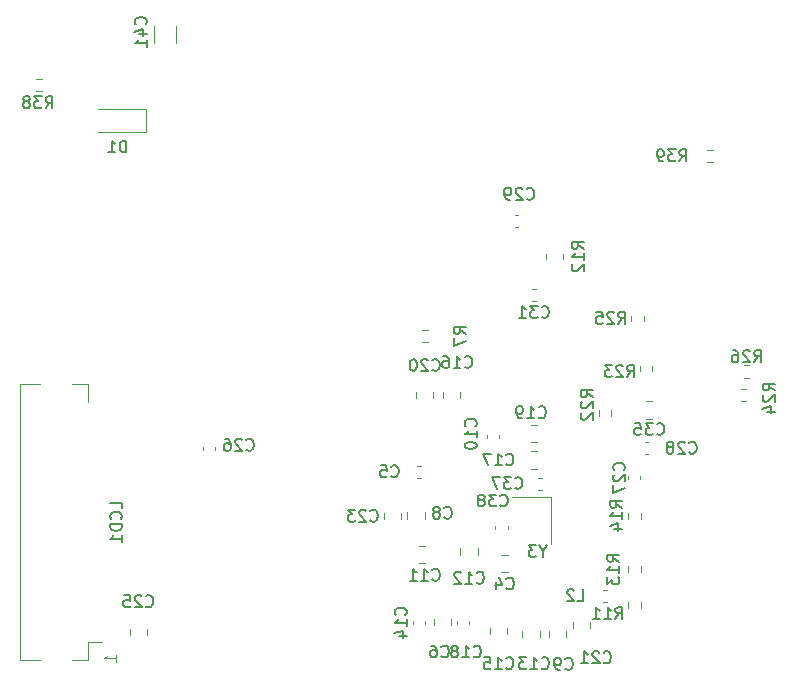
<source format=gbo>
G04 #@! TF.GenerationSoftware,KiCad,Pcbnew,8.0.8*
G04 #@! TF.CreationDate,2025-04-08T21:38:23+05:30*
G04 #@! TF.ProjectId,kaage_pi,6b616167-655f-4706-992e-6b696361645f,rev?*
G04 #@! TF.SameCoordinates,Original*
G04 #@! TF.FileFunction,Legend,Bot*
G04 #@! TF.FilePolarity,Positive*
%FSLAX46Y46*%
G04 Gerber Fmt 4.6, Leading zero omitted, Abs format (unit mm)*
G04 Created by KiCad (PCBNEW 8.0.8) date 2025-04-08 21:38:23*
%MOMM*%
%LPD*%
G01*
G04 APERTURE LIST*
%ADD10C,0.100000*%
%ADD11C,0.150000*%
%ADD12C,0.120000*%
G04 APERTURE END LIST*
D10*
X123622419Y-112077693D02*
X123622419Y-111506265D01*
X123622419Y-111791979D02*
X122622419Y-111791979D01*
X122622419Y-111791979D02*
X122765276Y-111696741D01*
X122765276Y-111696741D02*
X122860514Y-111601503D01*
X122860514Y-111601503D02*
X122908133Y-111506265D01*
D11*
X157392857Y-97359580D02*
X157440476Y-97407200D01*
X157440476Y-97407200D02*
X157583333Y-97454819D01*
X157583333Y-97454819D02*
X157678571Y-97454819D01*
X157678571Y-97454819D02*
X157821428Y-97407200D01*
X157821428Y-97407200D02*
X157916666Y-97311961D01*
X157916666Y-97311961D02*
X157964285Y-97216723D01*
X157964285Y-97216723D02*
X158011904Y-97026247D01*
X158011904Y-97026247D02*
X158011904Y-96883390D01*
X158011904Y-96883390D02*
X157964285Y-96692914D01*
X157964285Y-96692914D02*
X157916666Y-96597676D01*
X157916666Y-96597676D02*
X157821428Y-96502438D01*
X157821428Y-96502438D02*
X157678571Y-96454819D01*
X157678571Y-96454819D02*
X157583333Y-96454819D01*
X157583333Y-96454819D02*
X157440476Y-96502438D01*
X157440476Y-96502438D02*
X157392857Y-96550057D01*
X157059523Y-96454819D02*
X156440476Y-96454819D01*
X156440476Y-96454819D02*
X156773809Y-96835771D01*
X156773809Y-96835771D02*
X156630952Y-96835771D01*
X156630952Y-96835771D02*
X156535714Y-96883390D01*
X156535714Y-96883390D02*
X156488095Y-96931009D01*
X156488095Y-96931009D02*
X156440476Y-97026247D01*
X156440476Y-97026247D02*
X156440476Y-97264342D01*
X156440476Y-97264342D02*
X156488095Y-97359580D01*
X156488095Y-97359580D02*
X156535714Y-97407200D01*
X156535714Y-97407200D02*
X156630952Y-97454819D01*
X156630952Y-97454819D02*
X156916666Y-97454819D01*
X156916666Y-97454819D02*
X157011904Y-97407200D01*
X157011904Y-97407200D02*
X157059523Y-97359580D01*
X156107142Y-96454819D02*
X155440476Y-96454819D01*
X155440476Y-96454819D02*
X155869047Y-97454819D01*
X163954819Y-89682142D02*
X163478628Y-89348809D01*
X163954819Y-89110714D02*
X162954819Y-89110714D01*
X162954819Y-89110714D02*
X162954819Y-89491666D01*
X162954819Y-89491666D02*
X163002438Y-89586904D01*
X163002438Y-89586904D02*
X163050057Y-89634523D01*
X163050057Y-89634523D02*
X163145295Y-89682142D01*
X163145295Y-89682142D02*
X163288152Y-89682142D01*
X163288152Y-89682142D02*
X163383390Y-89634523D01*
X163383390Y-89634523D02*
X163431009Y-89586904D01*
X163431009Y-89586904D02*
X163478628Y-89491666D01*
X163478628Y-89491666D02*
X163478628Y-89110714D01*
X163050057Y-90063095D02*
X163002438Y-90110714D01*
X163002438Y-90110714D02*
X162954819Y-90205952D01*
X162954819Y-90205952D02*
X162954819Y-90444047D01*
X162954819Y-90444047D02*
X163002438Y-90539285D01*
X163002438Y-90539285D02*
X163050057Y-90586904D01*
X163050057Y-90586904D02*
X163145295Y-90634523D01*
X163145295Y-90634523D02*
X163240533Y-90634523D01*
X163240533Y-90634523D02*
X163383390Y-90586904D01*
X163383390Y-90586904D02*
X163954819Y-90015476D01*
X163954819Y-90015476D02*
X163954819Y-90634523D01*
X163050057Y-91015476D02*
X163002438Y-91063095D01*
X163002438Y-91063095D02*
X162954819Y-91158333D01*
X162954819Y-91158333D02*
X162954819Y-91396428D01*
X162954819Y-91396428D02*
X163002438Y-91491666D01*
X163002438Y-91491666D02*
X163050057Y-91539285D01*
X163050057Y-91539285D02*
X163145295Y-91586904D01*
X163145295Y-91586904D02*
X163240533Y-91586904D01*
X163240533Y-91586904D02*
X163383390Y-91539285D01*
X163383390Y-91539285D02*
X163954819Y-90967857D01*
X163954819Y-90967857D02*
X163954819Y-91586904D01*
X124488094Y-68954819D02*
X124488094Y-67954819D01*
X124488094Y-67954819D02*
X124249999Y-67954819D01*
X124249999Y-67954819D02*
X124107142Y-68002438D01*
X124107142Y-68002438D02*
X124011904Y-68097676D01*
X124011904Y-68097676D02*
X123964285Y-68192914D01*
X123964285Y-68192914D02*
X123916666Y-68383390D01*
X123916666Y-68383390D02*
X123916666Y-68526247D01*
X123916666Y-68526247D02*
X123964285Y-68716723D01*
X123964285Y-68716723D02*
X124011904Y-68811961D01*
X124011904Y-68811961D02*
X124107142Y-68907200D01*
X124107142Y-68907200D02*
X124249999Y-68954819D01*
X124249999Y-68954819D02*
X124488094Y-68954819D01*
X122964285Y-68954819D02*
X123535713Y-68954819D01*
X123249999Y-68954819D02*
X123249999Y-67954819D01*
X123249999Y-67954819D02*
X123345237Y-68097676D01*
X123345237Y-68097676D02*
X123440475Y-68192914D01*
X123440475Y-68192914D02*
X123535713Y-68240533D01*
X166454819Y-99032142D02*
X165978628Y-98698809D01*
X166454819Y-98460714D02*
X165454819Y-98460714D01*
X165454819Y-98460714D02*
X165454819Y-98841666D01*
X165454819Y-98841666D02*
X165502438Y-98936904D01*
X165502438Y-98936904D02*
X165550057Y-98984523D01*
X165550057Y-98984523D02*
X165645295Y-99032142D01*
X165645295Y-99032142D02*
X165788152Y-99032142D01*
X165788152Y-99032142D02*
X165883390Y-98984523D01*
X165883390Y-98984523D02*
X165931009Y-98936904D01*
X165931009Y-98936904D02*
X165978628Y-98841666D01*
X165978628Y-98841666D02*
X165978628Y-98460714D01*
X166454819Y-99984523D02*
X166454819Y-99413095D01*
X166454819Y-99698809D02*
X165454819Y-99698809D01*
X165454819Y-99698809D02*
X165597676Y-99603571D01*
X165597676Y-99603571D02*
X165692914Y-99508333D01*
X165692914Y-99508333D02*
X165740533Y-99413095D01*
X165788152Y-100841666D02*
X166454819Y-100841666D01*
X165407200Y-100603571D02*
X166121485Y-100365476D01*
X166121485Y-100365476D02*
X166121485Y-100984523D01*
X159392857Y-91359580D02*
X159440476Y-91407200D01*
X159440476Y-91407200D02*
X159583333Y-91454819D01*
X159583333Y-91454819D02*
X159678571Y-91454819D01*
X159678571Y-91454819D02*
X159821428Y-91407200D01*
X159821428Y-91407200D02*
X159916666Y-91311961D01*
X159916666Y-91311961D02*
X159964285Y-91216723D01*
X159964285Y-91216723D02*
X160011904Y-91026247D01*
X160011904Y-91026247D02*
X160011904Y-90883390D01*
X160011904Y-90883390D02*
X159964285Y-90692914D01*
X159964285Y-90692914D02*
X159916666Y-90597676D01*
X159916666Y-90597676D02*
X159821428Y-90502438D01*
X159821428Y-90502438D02*
X159678571Y-90454819D01*
X159678571Y-90454819D02*
X159583333Y-90454819D01*
X159583333Y-90454819D02*
X159440476Y-90502438D01*
X159440476Y-90502438D02*
X159392857Y-90550057D01*
X158440476Y-91454819D02*
X159011904Y-91454819D01*
X158726190Y-91454819D02*
X158726190Y-90454819D01*
X158726190Y-90454819D02*
X158821428Y-90597676D01*
X158821428Y-90597676D02*
X158916666Y-90692914D01*
X158916666Y-90692914D02*
X159011904Y-90740533D01*
X157964285Y-91454819D02*
X157773809Y-91454819D01*
X157773809Y-91454819D02*
X157678571Y-91407200D01*
X157678571Y-91407200D02*
X157630952Y-91359580D01*
X157630952Y-91359580D02*
X157535714Y-91216723D01*
X157535714Y-91216723D02*
X157488095Y-91026247D01*
X157488095Y-91026247D02*
X157488095Y-90645295D01*
X157488095Y-90645295D02*
X157535714Y-90550057D01*
X157535714Y-90550057D02*
X157583333Y-90502438D01*
X157583333Y-90502438D02*
X157678571Y-90454819D01*
X157678571Y-90454819D02*
X157869047Y-90454819D01*
X157869047Y-90454819D02*
X157964285Y-90502438D01*
X157964285Y-90502438D02*
X158011904Y-90550057D01*
X158011904Y-90550057D02*
X158059523Y-90645295D01*
X158059523Y-90645295D02*
X158059523Y-90883390D01*
X158059523Y-90883390D02*
X158011904Y-90978628D01*
X158011904Y-90978628D02*
X157964285Y-91026247D01*
X157964285Y-91026247D02*
X157869047Y-91073866D01*
X157869047Y-91073866D02*
X157678571Y-91073866D01*
X157678571Y-91073866D02*
X157583333Y-91026247D01*
X157583333Y-91026247D02*
X157535714Y-90978628D01*
X157535714Y-90978628D02*
X157488095Y-90883390D01*
X153142857Y-87109580D02*
X153190476Y-87157200D01*
X153190476Y-87157200D02*
X153333333Y-87204819D01*
X153333333Y-87204819D02*
X153428571Y-87204819D01*
X153428571Y-87204819D02*
X153571428Y-87157200D01*
X153571428Y-87157200D02*
X153666666Y-87061961D01*
X153666666Y-87061961D02*
X153714285Y-86966723D01*
X153714285Y-86966723D02*
X153761904Y-86776247D01*
X153761904Y-86776247D02*
X153761904Y-86633390D01*
X153761904Y-86633390D02*
X153714285Y-86442914D01*
X153714285Y-86442914D02*
X153666666Y-86347676D01*
X153666666Y-86347676D02*
X153571428Y-86252438D01*
X153571428Y-86252438D02*
X153428571Y-86204819D01*
X153428571Y-86204819D02*
X153333333Y-86204819D01*
X153333333Y-86204819D02*
X153190476Y-86252438D01*
X153190476Y-86252438D02*
X153142857Y-86300057D01*
X152190476Y-87204819D02*
X152761904Y-87204819D01*
X152476190Y-87204819D02*
X152476190Y-86204819D01*
X152476190Y-86204819D02*
X152571428Y-86347676D01*
X152571428Y-86347676D02*
X152666666Y-86442914D01*
X152666666Y-86442914D02*
X152761904Y-86490533D01*
X151333333Y-86204819D02*
X151523809Y-86204819D01*
X151523809Y-86204819D02*
X151619047Y-86252438D01*
X151619047Y-86252438D02*
X151666666Y-86300057D01*
X151666666Y-86300057D02*
X151761904Y-86442914D01*
X151761904Y-86442914D02*
X151809523Y-86633390D01*
X151809523Y-86633390D02*
X151809523Y-87014342D01*
X151809523Y-87014342D02*
X151761904Y-87109580D01*
X151761904Y-87109580D02*
X151714285Y-87157200D01*
X151714285Y-87157200D02*
X151619047Y-87204819D01*
X151619047Y-87204819D02*
X151428571Y-87204819D01*
X151428571Y-87204819D02*
X151333333Y-87157200D01*
X151333333Y-87157200D02*
X151285714Y-87109580D01*
X151285714Y-87109580D02*
X151238095Y-87014342D01*
X151238095Y-87014342D02*
X151238095Y-86776247D01*
X151238095Y-86776247D02*
X151285714Y-86681009D01*
X151285714Y-86681009D02*
X151333333Y-86633390D01*
X151333333Y-86633390D02*
X151428571Y-86585771D01*
X151428571Y-86585771D02*
X151619047Y-86585771D01*
X151619047Y-86585771D02*
X151714285Y-86633390D01*
X151714285Y-86633390D02*
X151761904Y-86681009D01*
X151761904Y-86681009D02*
X151809523Y-86776247D01*
X179379819Y-89107142D02*
X178903628Y-88773809D01*
X179379819Y-88535714D02*
X178379819Y-88535714D01*
X178379819Y-88535714D02*
X178379819Y-88916666D01*
X178379819Y-88916666D02*
X178427438Y-89011904D01*
X178427438Y-89011904D02*
X178475057Y-89059523D01*
X178475057Y-89059523D02*
X178570295Y-89107142D01*
X178570295Y-89107142D02*
X178713152Y-89107142D01*
X178713152Y-89107142D02*
X178808390Y-89059523D01*
X178808390Y-89059523D02*
X178856009Y-89011904D01*
X178856009Y-89011904D02*
X178903628Y-88916666D01*
X178903628Y-88916666D02*
X178903628Y-88535714D01*
X178475057Y-89488095D02*
X178427438Y-89535714D01*
X178427438Y-89535714D02*
X178379819Y-89630952D01*
X178379819Y-89630952D02*
X178379819Y-89869047D01*
X178379819Y-89869047D02*
X178427438Y-89964285D01*
X178427438Y-89964285D02*
X178475057Y-90011904D01*
X178475057Y-90011904D02*
X178570295Y-90059523D01*
X178570295Y-90059523D02*
X178665533Y-90059523D01*
X178665533Y-90059523D02*
X178808390Y-90011904D01*
X178808390Y-90011904D02*
X179379819Y-89440476D01*
X179379819Y-89440476D02*
X179379819Y-90059523D01*
X178713152Y-90916666D02*
X179379819Y-90916666D01*
X178332200Y-90678571D02*
X179046485Y-90440476D01*
X179046485Y-90440476D02*
X179046485Y-91059523D01*
X126142857Y-107359580D02*
X126190476Y-107407200D01*
X126190476Y-107407200D02*
X126333333Y-107454819D01*
X126333333Y-107454819D02*
X126428571Y-107454819D01*
X126428571Y-107454819D02*
X126571428Y-107407200D01*
X126571428Y-107407200D02*
X126666666Y-107311961D01*
X126666666Y-107311961D02*
X126714285Y-107216723D01*
X126714285Y-107216723D02*
X126761904Y-107026247D01*
X126761904Y-107026247D02*
X126761904Y-106883390D01*
X126761904Y-106883390D02*
X126714285Y-106692914D01*
X126714285Y-106692914D02*
X126666666Y-106597676D01*
X126666666Y-106597676D02*
X126571428Y-106502438D01*
X126571428Y-106502438D02*
X126428571Y-106454819D01*
X126428571Y-106454819D02*
X126333333Y-106454819D01*
X126333333Y-106454819D02*
X126190476Y-106502438D01*
X126190476Y-106502438D02*
X126142857Y-106550057D01*
X125761904Y-106550057D02*
X125714285Y-106502438D01*
X125714285Y-106502438D02*
X125619047Y-106454819D01*
X125619047Y-106454819D02*
X125380952Y-106454819D01*
X125380952Y-106454819D02*
X125285714Y-106502438D01*
X125285714Y-106502438D02*
X125238095Y-106550057D01*
X125238095Y-106550057D02*
X125190476Y-106645295D01*
X125190476Y-106645295D02*
X125190476Y-106740533D01*
X125190476Y-106740533D02*
X125238095Y-106883390D01*
X125238095Y-106883390D02*
X125809523Y-107454819D01*
X125809523Y-107454819D02*
X125190476Y-107454819D01*
X124285714Y-106454819D02*
X124761904Y-106454819D01*
X124761904Y-106454819D02*
X124809523Y-106931009D01*
X124809523Y-106931009D02*
X124761904Y-106883390D01*
X124761904Y-106883390D02*
X124666666Y-106835771D01*
X124666666Y-106835771D02*
X124428571Y-106835771D01*
X124428571Y-106835771D02*
X124333333Y-106883390D01*
X124333333Y-106883390D02*
X124285714Y-106931009D01*
X124285714Y-106931009D02*
X124238095Y-107026247D01*
X124238095Y-107026247D02*
X124238095Y-107264342D01*
X124238095Y-107264342D02*
X124285714Y-107359580D01*
X124285714Y-107359580D02*
X124333333Y-107407200D01*
X124333333Y-107407200D02*
X124428571Y-107454819D01*
X124428571Y-107454819D02*
X124666666Y-107454819D01*
X124666666Y-107454819D02*
X124761904Y-107407200D01*
X124761904Y-107407200D02*
X124809523Y-107359580D01*
X156642857Y-112609580D02*
X156690476Y-112657200D01*
X156690476Y-112657200D02*
X156833333Y-112704819D01*
X156833333Y-112704819D02*
X156928571Y-112704819D01*
X156928571Y-112704819D02*
X157071428Y-112657200D01*
X157071428Y-112657200D02*
X157166666Y-112561961D01*
X157166666Y-112561961D02*
X157214285Y-112466723D01*
X157214285Y-112466723D02*
X157261904Y-112276247D01*
X157261904Y-112276247D02*
X157261904Y-112133390D01*
X157261904Y-112133390D02*
X157214285Y-111942914D01*
X157214285Y-111942914D02*
X157166666Y-111847676D01*
X157166666Y-111847676D02*
X157071428Y-111752438D01*
X157071428Y-111752438D02*
X156928571Y-111704819D01*
X156928571Y-111704819D02*
X156833333Y-111704819D01*
X156833333Y-111704819D02*
X156690476Y-111752438D01*
X156690476Y-111752438D02*
X156642857Y-111800057D01*
X155690476Y-112704819D02*
X156261904Y-112704819D01*
X155976190Y-112704819D02*
X155976190Y-111704819D01*
X155976190Y-111704819D02*
X156071428Y-111847676D01*
X156071428Y-111847676D02*
X156166666Y-111942914D01*
X156166666Y-111942914D02*
X156261904Y-111990533D01*
X154785714Y-111704819D02*
X155261904Y-111704819D01*
X155261904Y-111704819D02*
X155309523Y-112181009D01*
X155309523Y-112181009D02*
X155261904Y-112133390D01*
X155261904Y-112133390D02*
X155166666Y-112085771D01*
X155166666Y-112085771D02*
X154928571Y-112085771D01*
X154928571Y-112085771D02*
X154833333Y-112133390D01*
X154833333Y-112133390D02*
X154785714Y-112181009D01*
X154785714Y-112181009D02*
X154738095Y-112276247D01*
X154738095Y-112276247D02*
X154738095Y-112514342D01*
X154738095Y-112514342D02*
X154785714Y-112609580D01*
X154785714Y-112609580D02*
X154833333Y-112657200D01*
X154833333Y-112657200D02*
X154928571Y-112704819D01*
X154928571Y-112704819D02*
X155166666Y-112704819D01*
X155166666Y-112704819D02*
X155261904Y-112657200D01*
X155261904Y-112657200D02*
X155309523Y-112609580D01*
X124104819Y-99083333D02*
X124104819Y-98607143D01*
X124104819Y-98607143D02*
X123104819Y-98607143D01*
X124009580Y-99988095D02*
X124057200Y-99940476D01*
X124057200Y-99940476D02*
X124104819Y-99797619D01*
X124104819Y-99797619D02*
X124104819Y-99702381D01*
X124104819Y-99702381D02*
X124057200Y-99559524D01*
X124057200Y-99559524D02*
X123961961Y-99464286D01*
X123961961Y-99464286D02*
X123866723Y-99416667D01*
X123866723Y-99416667D02*
X123676247Y-99369048D01*
X123676247Y-99369048D02*
X123533390Y-99369048D01*
X123533390Y-99369048D02*
X123342914Y-99416667D01*
X123342914Y-99416667D02*
X123247676Y-99464286D01*
X123247676Y-99464286D02*
X123152438Y-99559524D01*
X123152438Y-99559524D02*
X123104819Y-99702381D01*
X123104819Y-99702381D02*
X123104819Y-99797619D01*
X123104819Y-99797619D02*
X123152438Y-99940476D01*
X123152438Y-99940476D02*
X123200057Y-99988095D01*
X124104819Y-100416667D02*
X123104819Y-100416667D01*
X123104819Y-100416667D02*
X123104819Y-100654762D01*
X123104819Y-100654762D02*
X123152438Y-100797619D01*
X123152438Y-100797619D02*
X123247676Y-100892857D01*
X123247676Y-100892857D02*
X123342914Y-100940476D01*
X123342914Y-100940476D02*
X123533390Y-100988095D01*
X123533390Y-100988095D02*
X123676247Y-100988095D01*
X123676247Y-100988095D02*
X123866723Y-100940476D01*
X123866723Y-100940476D02*
X123961961Y-100892857D01*
X123961961Y-100892857D02*
X124057200Y-100797619D01*
X124057200Y-100797619D02*
X124104819Y-100654762D01*
X124104819Y-100654762D02*
X124104819Y-100416667D01*
X124104819Y-101940476D02*
X124104819Y-101369048D01*
X124104819Y-101654762D02*
X123104819Y-101654762D01*
X123104819Y-101654762D02*
X123247676Y-101559524D01*
X123247676Y-101559524D02*
X123342914Y-101464286D01*
X123342914Y-101464286D02*
X123390533Y-101369048D01*
X156666666Y-105859580D02*
X156714285Y-105907200D01*
X156714285Y-105907200D02*
X156857142Y-105954819D01*
X156857142Y-105954819D02*
X156952380Y-105954819D01*
X156952380Y-105954819D02*
X157095237Y-105907200D01*
X157095237Y-105907200D02*
X157190475Y-105811961D01*
X157190475Y-105811961D02*
X157238094Y-105716723D01*
X157238094Y-105716723D02*
X157285713Y-105526247D01*
X157285713Y-105526247D02*
X157285713Y-105383390D01*
X157285713Y-105383390D02*
X157238094Y-105192914D01*
X157238094Y-105192914D02*
X157190475Y-105097676D01*
X157190475Y-105097676D02*
X157095237Y-105002438D01*
X157095237Y-105002438D02*
X156952380Y-104954819D01*
X156952380Y-104954819D02*
X156857142Y-104954819D01*
X156857142Y-104954819D02*
X156714285Y-105002438D01*
X156714285Y-105002438D02*
X156666666Y-105050057D01*
X155809523Y-105288152D02*
X155809523Y-105954819D01*
X156047618Y-104907200D02*
X156285713Y-105621485D01*
X156285713Y-105621485D02*
X155666666Y-105621485D01*
X158392857Y-72859580D02*
X158440476Y-72907200D01*
X158440476Y-72907200D02*
X158583333Y-72954819D01*
X158583333Y-72954819D02*
X158678571Y-72954819D01*
X158678571Y-72954819D02*
X158821428Y-72907200D01*
X158821428Y-72907200D02*
X158916666Y-72811961D01*
X158916666Y-72811961D02*
X158964285Y-72716723D01*
X158964285Y-72716723D02*
X159011904Y-72526247D01*
X159011904Y-72526247D02*
X159011904Y-72383390D01*
X159011904Y-72383390D02*
X158964285Y-72192914D01*
X158964285Y-72192914D02*
X158916666Y-72097676D01*
X158916666Y-72097676D02*
X158821428Y-72002438D01*
X158821428Y-72002438D02*
X158678571Y-71954819D01*
X158678571Y-71954819D02*
X158583333Y-71954819D01*
X158583333Y-71954819D02*
X158440476Y-72002438D01*
X158440476Y-72002438D02*
X158392857Y-72050057D01*
X158011904Y-72050057D02*
X157964285Y-72002438D01*
X157964285Y-72002438D02*
X157869047Y-71954819D01*
X157869047Y-71954819D02*
X157630952Y-71954819D01*
X157630952Y-71954819D02*
X157535714Y-72002438D01*
X157535714Y-72002438D02*
X157488095Y-72050057D01*
X157488095Y-72050057D02*
X157440476Y-72145295D01*
X157440476Y-72145295D02*
X157440476Y-72240533D01*
X157440476Y-72240533D02*
X157488095Y-72383390D01*
X157488095Y-72383390D02*
X158059523Y-72954819D01*
X158059523Y-72954819D02*
X157440476Y-72954819D01*
X156964285Y-72954819D02*
X156773809Y-72954819D01*
X156773809Y-72954819D02*
X156678571Y-72907200D01*
X156678571Y-72907200D02*
X156630952Y-72859580D01*
X156630952Y-72859580D02*
X156535714Y-72716723D01*
X156535714Y-72716723D02*
X156488095Y-72526247D01*
X156488095Y-72526247D02*
X156488095Y-72145295D01*
X156488095Y-72145295D02*
X156535714Y-72050057D01*
X156535714Y-72050057D02*
X156583333Y-72002438D01*
X156583333Y-72002438D02*
X156678571Y-71954819D01*
X156678571Y-71954819D02*
X156869047Y-71954819D01*
X156869047Y-71954819D02*
X156964285Y-72002438D01*
X156964285Y-72002438D02*
X157011904Y-72050057D01*
X157011904Y-72050057D02*
X157059523Y-72145295D01*
X157059523Y-72145295D02*
X157059523Y-72383390D01*
X157059523Y-72383390D02*
X157011904Y-72478628D01*
X157011904Y-72478628D02*
X156964285Y-72526247D01*
X156964285Y-72526247D02*
X156869047Y-72573866D01*
X156869047Y-72573866D02*
X156678571Y-72573866D01*
X156678571Y-72573866D02*
X156583333Y-72526247D01*
X156583333Y-72526247D02*
X156535714Y-72478628D01*
X156535714Y-72478628D02*
X156488095Y-72383390D01*
X150392857Y-105109580D02*
X150440476Y-105157200D01*
X150440476Y-105157200D02*
X150583333Y-105204819D01*
X150583333Y-105204819D02*
X150678571Y-105204819D01*
X150678571Y-105204819D02*
X150821428Y-105157200D01*
X150821428Y-105157200D02*
X150916666Y-105061961D01*
X150916666Y-105061961D02*
X150964285Y-104966723D01*
X150964285Y-104966723D02*
X151011904Y-104776247D01*
X151011904Y-104776247D02*
X151011904Y-104633390D01*
X151011904Y-104633390D02*
X150964285Y-104442914D01*
X150964285Y-104442914D02*
X150916666Y-104347676D01*
X150916666Y-104347676D02*
X150821428Y-104252438D01*
X150821428Y-104252438D02*
X150678571Y-104204819D01*
X150678571Y-104204819D02*
X150583333Y-104204819D01*
X150583333Y-104204819D02*
X150440476Y-104252438D01*
X150440476Y-104252438D02*
X150392857Y-104300057D01*
X149440476Y-105204819D02*
X150011904Y-105204819D01*
X149726190Y-105204819D02*
X149726190Y-104204819D01*
X149726190Y-104204819D02*
X149821428Y-104347676D01*
X149821428Y-104347676D02*
X149916666Y-104442914D01*
X149916666Y-104442914D02*
X150011904Y-104490533D01*
X148488095Y-105204819D02*
X149059523Y-105204819D01*
X148773809Y-105204819D02*
X148773809Y-104204819D01*
X148773809Y-104204819D02*
X148869047Y-104347676D01*
X148869047Y-104347676D02*
X148964285Y-104442914D01*
X148964285Y-104442914D02*
X149059523Y-104490533D01*
X159726190Y-102728628D02*
X159726190Y-103204819D01*
X160059523Y-102204819D02*
X159726190Y-102728628D01*
X159726190Y-102728628D02*
X159392857Y-102204819D01*
X159154761Y-102204819D02*
X158535714Y-102204819D01*
X158535714Y-102204819D02*
X158869047Y-102585771D01*
X158869047Y-102585771D02*
X158726190Y-102585771D01*
X158726190Y-102585771D02*
X158630952Y-102633390D01*
X158630952Y-102633390D02*
X158583333Y-102681009D01*
X158583333Y-102681009D02*
X158535714Y-102776247D01*
X158535714Y-102776247D02*
X158535714Y-103014342D01*
X158535714Y-103014342D02*
X158583333Y-103109580D01*
X158583333Y-103109580D02*
X158630952Y-103157200D01*
X158630952Y-103157200D02*
X158726190Y-103204819D01*
X158726190Y-103204819D02*
X159011904Y-103204819D01*
X159011904Y-103204819D02*
X159107142Y-103157200D01*
X159107142Y-103157200D02*
X159154761Y-103109580D01*
X165892857Y-108454819D02*
X166226190Y-107978628D01*
X166464285Y-108454819D02*
X166464285Y-107454819D01*
X166464285Y-107454819D02*
X166083333Y-107454819D01*
X166083333Y-107454819D02*
X165988095Y-107502438D01*
X165988095Y-107502438D02*
X165940476Y-107550057D01*
X165940476Y-107550057D02*
X165892857Y-107645295D01*
X165892857Y-107645295D02*
X165892857Y-107788152D01*
X165892857Y-107788152D02*
X165940476Y-107883390D01*
X165940476Y-107883390D02*
X165988095Y-107931009D01*
X165988095Y-107931009D02*
X166083333Y-107978628D01*
X166083333Y-107978628D02*
X166464285Y-107978628D01*
X164940476Y-108454819D02*
X165511904Y-108454819D01*
X165226190Y-108454819D02*
X165226190Y-107454819D01*
X165226190Y-107454819D02*
X165321428Y-107597676D01*
X165321428Y-107597676D02*
X165416666Y-107692914D01*
X165416666Y-107692914D02*
X165511904Y-107740533D01*
X163988095Y-108454819D02*
X164559523Y-108454819D01*
X164273809Y-108454819D02*
X164273809Y-107454819D01*
X164273809Y-107454819D02*
X164369047Y-107597676D01*
X164369047Y-107597676D02*
X164464285Y-107692914D01*
X164464285Y-107692914D02*
X164559523Y-107740533D01*
X151166666Y-111609580D02*
X151214285Y-111657200D01*
X151214285Y-111657200D02*
X151357142Y-111704819D01*
X151357142Y-111704819D02*
X151452380Y-111704819D01*
X151452380Y-111704819D02*
X151595237Y-111657200D01*
X151595237Y-111657200D02*
X151690475Y-111561961D01*
X151690475Y-111561961D02*
X151738094Y-111466723D01*
X151738094Y-111466723D02*
X151785713Y-111276247D01*
X151785713Y-111276247D02*
X151785713Y-111133390D01*
X151785713Y-111133390D02*
X151738094Y-110942914D01*
X151738094Y-110942914D02*
X151690475Y-110847676D01*
X151690475Y-110847676D02*
X151595237Y-110752438D01*
X151595237Y-110752438D02*
X151452380Y-110704819D01*
X151452380Y-110704819D02*
X151357142Y-110704819D01*
X151357142Y-110704819D02*
X151214285Y-110752438D01*
X151214285Y-110752438D02*
X151166666Y-110800057D01*
X150309523Y-110704819D02*
X150499999Y-110704819D01*
X150499999Y-110704819D02*
X150595237Y-110752438D01*
X150595237Y-110752438D02*
X150642856Y-110800057D01*
X150642856Y-110800057D02*
X150738094Y-110942914D01*
X150738094Y-110942914D02*
X150785713Y-111133390D01*
X150785713Y-111133390D02*
X150785713Y-111514342D01*
X150785713Y-111514342D02*
X150738094Y-111609580D01*
X150738094Y-111609580D02*
X150690475Y-111657200D01*
X150690475Y-111657200D02*
X150595237Y-111704819D01*
X150595237Y-111704819D02*
X150404761Y-111704819D01*
X150404761Y-111704819D02*
X150309523Y-111657200D01*
X150309523Y-111657200D02*
X150261904Y-111609580D01*
X150261904Y-111609580D02*
X150214285Y-111514342D01*
X150214285Y-111514342D02*
X150214285Y-111276247D01*
X150214285Y-111276247D02*
X150261904Y-111181009D01*
X150261904Y-111181009D02*
X150309523Y-111133390D01*
X150309523Y-111133390D02*
X150404761Y-111085771D01*
X150404761Y-111085771D02*
X150595237Y-111085771D01*
X150595237Y-111085771D02*
X150690475Y-111133390D01*
X150690475Y-111133390D02*
X150738094Y-111181009D01*
X150738094Y-111181009D02*
X150785713Y-111276247D01*
X156142857Y-98834580D02*
X156190476Y-98882200D01*
X156190476Y-98882200D02*
X156333333Y-98929819D01*
X156333333Y-98929819D02*
X156428571Y-98929819D01*
X156428571Y-98929819D02*
X156571428Y-98882200D01*
X156571428Y-98882200D02*
X156666666Y-98786961D01*
X156666666Y-98786961D02*
X156714285Y-98691723D01*
X156714285Y-98691723D02*
X156761904Y-98501247D01*
X156761904Y-98501247D02*
X156761904Y-98358390D01*
X156761904Y-98358390D02*
X156714285Y-98167914D01*
X156714285Y-98167914D02*
X156666666Y-98072676D01*
X156666666Y-98072676D02*
X156571428Y-97977438D01*
X156571428Y-97977438D02*
X156428571Y-97929819D01*
X156428571Y-97929819D02*
X156333333Y-97929819D01*
X156333333Y-97929819D02*
X156190476Y-97977438D01*
X156190476Y-97977438D02*
X156142857Y-98025057D01*
X155809523Y-97929819D02*
X155190476Y-97929819D01*
X155190476Y-97929819D02*
X155523809Y-98310771D01*
X155523809Y-98310771D02*
X155380952Y-98310771D01*
X155380952Y-98310771D02*
X155285714Y-98358390D01*
X155285714Y-98358390D02*
X155238095Y-98406009D01*
X155238095Y-98406009D02*
X155190476Y-98501247D01*
X155190476Y-98501247D02*
X155190476Y-98739342D01*
X155190476Y-98739342D02*
X155238095Y-98834580D01*
X155238095Y-98834580D02*
X155285714Y-98882200D01*
X155285714Y-98882200D02*
X155380952Y-98929819D01*
X155380952Y-98929819D02*
X155666666Y-98929819D01*
X155666666Y-98929819D02*
X155761904Y-98882200D01*
X155761904Y-98882200D02*
X155809523Y-98834580D01*
X154619047Y-98358390D02*
X154714285Y-98310771D01*
X154714285Y-98310771D02*
X154761904Y-98263152D01*
X154761904Y-98263152D02*
X154809523Y-98167914D01*
X154809523Y-98167914D02*
X154809523Y-98120295D01*
X154809523Y-98120295D02*
X154761904Y-98025057D01*
X154761904Y-98025057D02*
X154714285Y-97977438D01*
X154714285Y-97977438D02*
X154619047Y-97929819D01*
X154619047Y-97929819D02*
X154428571Y-97929819D01*
X154428571Y-97929819D02*
X154333333Y-97977438D01*
X154333333Y-97977438D02*
X154285714Y-98025057D01*
X154285714Y-98025057D02*
X154238095Y-98120295D01*
X154238095Y-98120295D02*
X154238095Y-98167914D01*
X154238095Y-98167914D02*
X154285714Y-98263152D01*
X154285714Y-98263152D02*
X154333333Y-98310771D01*
X154333333Y-98310771D02*
X154428571Y-98358390D01*
X154428571Y-98358390D02*
X154619047Y-98358390D01*
X154619047Y-98358390D02*
X154714285Y-98406009D01*
X154714285Y-98406009D02*
X154761904Y-98453628D01*
X154761904Y-98453628D02*
X154809523Y-98548866D01*
X154809523Y-98548866D02*
X154809523Y-98739342D01*
X154809523Y-98739342D02*
X154761904Y-98834580D01*
X154761904Y-98834580D02*
X154714285Y-98882200D01*
X154714285Y-98882200D02*
X154619047Y-98929819D01*
X154619047Y-98929819D02*
X154428571Y-98929819D01*
X154428571Y-98929819D02*
X154333333Y-98882200D01*
X154333333Y-98882200D02*
X154285714Y-98834580D01*
X154285714Y-98834580D02*
X154238095Y-98739342D01*
X154238095Y-98739342D02*
X154238095Y-98548866D01*
X154238095Y-98548866D02*
X154285714Y-98453628D01*
X154285714Y-98453628D02*
X154333333Y-98406009D01*
X154333333Y-98406009D02*
X154428571Y-98358390D01*
X159642857Y-82859580D02*
X159690476Y-82907200D01*
X159690476Y-82907200D02*
X159833333Y-82954819D01*
X159833333Y-82954819D02*
X159928571Y-82954819D01*
X159928571Y-82954819D02*
X160071428Y-82907200D01*
X160071428Y-82907200D02*
X160166666Y-82811961D01*
X160166666Y-82811961D02*
X160214285Y-82716723D01*
X160214285Y-82716723D02*
X160261904Y-82526247D01*
X160261904Y-82526247D02*
X160261904Y-82383390D01*
X160261904Y-82383390D02*
X160214285Y-82192914D01*
X160214285Y-82192914D02*
X160166666Y-82097676D01*
X160166666Y-82097676D02*
X160071428Y-82002438D01*
X160071428Y-82002438D02*
X159928571Y-81954819D01*
X159928571Y-81954819D02*
X159833333Y-81954819D01*
X159833333Y-81954819D02*
X159690476Y-82002438D01*
X159690476Y-82002438D02*
X159642857Y-82050057D01*
X159309523Y-81954819D02*
X158690476Y-81954819D01*
X158690476Y-81954819D02*
X159023809Y-82335771D01*
X159023809Y-82335771D02*
X158880952Y-82335771D01*
X158880952Y-82335771D02*
X158785714Y-82383390D01*
X158785714Y-82383390D02*
X158738095Y-82431009D01*
X158738095Y-82431009D02*
X158690476Y-82526247D01*
X158690476Y-82526247D02*
X158690476Y-82764342D01*
X158690476Y-82764342D02*
X158738095Y-82859580D01*
X158738095Y-82859580D02*
X158785714Y-82907200D01*
X158785714Y-82907200D02*
X158880952Y-82954819D01*
X158880952Y-82954819D02*
X159166666Y-82954819D01*
X159166666Y-82954819D02*
X159261904Y-82907200D01*
X159261904Y-82907200D02*
X159309523Y-82859580D01*
X157738095Y-82954819D02*
X158309523Y-82954819D01*
X158023809Y-82954819D02*
X158023809Y-81954819D01*
X158023809Y-81954819D02*
X158119047Y-82097676D01*
X158119047Y-82097676D02*
X158214285Y-82192914D01*
X158214285Y-82192914D02*
X158309523Y-82240533D01*
X134642857Y-94109580D02*
X134690476Y-94157200D01*
X134690476Y-94157200D02*
X134833333Y-94204819D01*
X134833333Y-94204819D02*
X134928571Y-94204819D01*
X134928571Y-94204819D02*
X135071428Y-94157200D01*
X135071428Y-94157200D02*
X135166666Y-94061961D01*
X135166666Y-94061961D02*
X135214285Y-93966723D01*
X135214285Y-93966723D02*
X135261904Y-93776247D01*
X135261904Y-93776247D02*
X135261904Y-93633390D01*
X135261904Y-93633390D02*
X135214285Y-93442914D01*
X135214285Y-93442914D02*
X135166666Y-93347676D01*
X135166666Y-93347676D02*
X135071428Y-93252438D01*
X135071428Y-93252438D02*
X134928571Y-93204819D01*
X134928571Y-93204819D02*
X134833333Y-93204819D01*
X134833333Y-93204819D02*
X134690476Y-93252438D01*
X134690476Y-93252438D02*
X134642857Y-93300057D01*
X134261904Y-93300057D02*
X134214285Y-93252438D01*
X134214285Y-93252438D02*
X134119047Y-93204819D01*
X134119047Y-93204819D02*
X133880952Y-93204819D01*
X133880952Y-93204819D02*
X133785714Y-93252438D01*
X133785714Y-93252438D02*
X133738095Y-93300057D01*
X133738095Y-93300057D02*
X133690476Y-93395295D01*
X133690476Y-93395295D02*
X133690476Y-93490533D01*
X133690476Y-93490533D02*
X133738095Y-93633390D01*
X133738095Y-93633390D02*
X134309523Y-94204819D01*
X134309523Y-94204819D02*
X133690476Y-94204819D01*
X132833333Y-93204819D02*
X133023809Y-93204819D01*
X133023809Y-93204819D02*
X133119047Y-93252438D01*
X133119047Y-93252438D02*
X133166666Y-93300057D01*
X133166666Y-93300057D02*
X133261904Y-93442914D01*
X133261904Y-93442914D02*
X133309523Y-93633390D01*
X133309523Y-93633390D02*
X133309523Y-94014342D01*
X133309523Y-94014342D02*
X133261904Y-94109580D01*
X133261904Y-94109580D02*
X133214285Y-94157200D01*
X133214285Y-94157200D02*
X133119047Y-94204819D01*
X133119047Y-94204819D02*
X132928571Y-94204819D01*
X132928571Y-94204819D02*
X132833333Y-94157200D01*
X132833333Y-94157200D02*
X132785714Y-94109580D01*
X132785714Y-94109580D02*
X132738095Y-94014342D01*
X132738095Y-94014342D02*
X132738095Y-93776247D01*
X132738095Y-93776247D02*
X132785714Y-93681009D01*
X132785714Y-93681009D02*
X132833333Y-93633390D01*
X132833333Y-93633390D02*
X132928571Y-93585771D01*
X132928571Y-93585771D02*
X133119047Y-93585771D01*
X133119047Y-93585771D02*
X133214285Y-93633390D01*
X133214285Y-93633390D02*
X133261904Y-93681009D01*
X133261904Y-93681009D02*
X133309523Y-93776247D01*
X153892857Y-111609580D02*
X153940476Y-111657200D01*
X153940476Y-111657200D02*
X154083333Y-111704819D01*
X154083333Y-111704819D02*
X154178571Y-111704819D01*
X154178571Y-111704819D02*
X154321428Y-111657200D01*
X154321428Y-111657200D02*
X154416666Y-111561961D01*
X154416666Y-111561961D02*
X154464285Y-111466723D01*
X154464285Y-111466723D02*
X154511904Y-111276247D01*
X154511904Y-111276247D02*
X154511904Y-111133390D01*
X154511904Y-111133390D02*
X154464285Y-110942914D01*
X154464285Y-110942914D02*
X154416666Y-110847676D01*
X154416666Y-110847676D02*
X154321428Y-110752438D01*
X154321428Y-110752438D02*
X154178571Y-110704819D01*
X154178571Y-110704819D02*
X154083333Y-110704819D01*
X154083333Y-110704819D02*
X153940476Y-110752438D01*
X153940476Y-110752438D02*
X153892857Y-110800057D01*
X152940476Y-111704819D02*
X153511904Y-111704819D01*
X153226190Y-111704819D02*
X153226190Y-110704819D01*
X153226190Y-110704819D02*
X153321428Y-110847676D01*
X153321428Y-110847676D02*
X153416666Y-110942914D01*
X153416666Y-110942914D02*
X153511904Y-110990533D01*
X152369047Y-111133390D02*
X152464285Y-111085771D01*
X152464285Y-111085771D02*
X152511904Y-111038152D01*
X152511904Y-111038152D02*
X152559523Y-110942914D01*
X152559523Y-110942914D02*
X152559523Y-110895295D01*
X152559523Y-110895295D02*
X152511904Y-110800057D01*
X152511904Y-110800057D02*
X152464285Y-110752438D01*
X152464285Y-110752438D02*
X152369047Y-110704819D01*
X152369047Y-110704819D02*
X152178571Y-110704819D01*
X152178571Y-110704819D02*
X152083333Y-110752438D01*
X152083333Y-110752438D02*
X152035714Y-110800057D01*
X152035714Y-110800057D02*
X151988095Y-110895295D01*
X151988095Y-110895295D02*
X151988095Y-110942914D01*
X151988095Y-110942914D02*
X152035714Y-111038152D01*
X152035714Y-111038152D02*
X152083333Y-111085771D01*
X152083333Y-111085771D02*
X152178571Y-111133390D01*
X152178571Y-111133390D02*
X152369047Y-111133390D01*
X152369047Y-111133390D02*
X152464285Y-111181009D01*
X152464285Y-111181009D02*
X152511904Y-111228628D01*
X152511904Y-111228628D02*
X152559523Y-111323866D01*
X152559523Y-111323866D02*
X152559523Y-111514342D01*
X152559523Y-111514342D02*
X152511904Y-111609580D01*
X152511904Y-111609580D02*
X152464285Y-111657200D01*
X152464285Y-111657200D02*
X152369047Y-111704819D01*
X152369047Y-111704819D02*
X152178571Y-111704819D01*
X152178571Y-111704819D02*
X152083333Y-111657200D01*
X152083333Y-111657200D02*
X152035714Y-111609580D01*
X152035714Y-111609580D02*
X151988095Y-111514342D01*
X151988095Y-111514342D02*
X151988095Y-111323866D01*
X151988095Y-111323866D02*
X152035714Y-111228628D01*
X152035714Y-111228628D02*
X152083333Y-111181009D01*
X152083333Y-111181009D02*
X152178571Y-111133390D01*
X159642857Y-112609580D02*
X159690476Y-112657200D01*
X159690476Y-112657200D02*
X159833333Y-112704819D01*
X159833333Y-112704819D02*
X159928571Y-112704819D01*
X159928571Y-112704819D02*
X160071428Y-112657200D01*
X160071428Y-112657200D02*
X160166666Y-112561961D01*
X160166666Y-112561961D02*
X160214285Y-112466723D01*
X160214285Y-112466723D02*
X160261904Y-112276247D01*
X160261904Y-112276247D02*
X160261904Y-112133390D01*
X160261904Y-112133390D02*
X160214285Y-111942914D01*
X160214285Y-111942914D02*
X160166666Y-111847676D01*
X160166666Y-111847676D02*
X160071428Y-111752438D01*
X160071428Y-111752438D02*
X159928571Y-111704819D01*
X159928571Y-111704819D02*
X159833333Y-111704819D01*
X159833333Y-111704819D02*
X159690476Y-111752438D01*
X159690476Y-111752438D02*
X159642857Y-111800057D01*
X158690476Y-112704819D02*
X159261904Y-112704819D01*
X158976190Y-112704819D02*
X158976190Y-111704819D01*
X158976190Y-111704819D02*
X159071428Y-111847676D01*
X159071428Y-111847676D02*
X159166666Y-111942914D01*
X159166666Y-111942914D02*
X159261904Y-111990533D01*
X158357142Y-111704819D02*
X157738095Y-111704819D01*
X157738095Y-111704819D02*
X158071428Y-112085771D01*
X158071428Y-112085771D02*
X157928571Y-112085771D01*
X157928571Y-112085771D02*
X157833333Y-112133390D01*
X157833333Y-112133390D02*
X157785714Y-112181009D01*
X157785714Y-112181009D02*
X157738095Y-112276247D01*
X157738095Y-112276247D02*
X157738095Y-112514342D01*
X157738095Y-112514342D02*
X157785714Y-112609580D01*
X157785714Y-112609580D02*
X157833333Y-112657200D01*
X157833333Y-112657200D02*
X157928571Y-112704819D01*
X157928571Y-112704819D02*
X158214285Y-112704819D01*
X158214285Y-112704819D02*
X158309523Y-112657200D01*
X158309523Y-112657200D02*
X158357142Y-112609580D01*
X171317857Y-69704819D02*
X171651190Y-69228628D01*
X171889285Y-69704819D02*
X171889285Y-68704819D01*
X171889285Y-68704819D02*
X171508333Y-68704819D01*
X171508333Y-68704819D02*
X171413095Y-68752438D01*
X171413095Y-68752438D02*
X171365476Y-68800057D01*
X171365476Y-68800057D02*
X171317857Y-68895295D01*
X171317857Y-68895295D02*
X171317857Y-69038152D01*
X171317857Y-69038152D02*
X171365476Y-69133390D01*
X171365476Y-69133390D02*
X171413095Y-69181009D01*
X171413095Y-69181009D02*
X171508333Y-69228628D01*
X171508333Y-69228628D02*
X171889285Y-69228628D01*
X170984523Y-68704819D02*
X170365476Y-68704819D01*
X170365476Y-68704819D02*
X170698809Y-69085771D01*
X170698809Y-69085771D02*
X170555952Y-69085771D01*
X170555952Y-69085771D02*
X170460714Y-69133390D01*
X170460714Y-69133390D02*
X170413095Y-69181009D01*
X170413095Y-69181009D02*
X170365476Y-69276247D01*
X170365476Y-69276247D02*
X170365476Y-69514342D01*
X170365476Y-69514342D02*
X170413095Y-69609580D01*
X170413095Y-69609580D02*
X170460714Y-69657200D01*
X170460714Y-69657200D02*
X170555952Y-69704819D01*
X170555952Y-69704819D02*
X170841666Y-69704819D01*
X170841666Y-69704819D02*
X170936904Y-69657200D01*
X170936904Y-69657200D02*
X170984523Y-69609580D01*
X169889285Y-69704819D02*
X169698809Y-69704819D01*
X169698809Y-69704819D02*
X169603571Y-69657200D01*
X169603571Y-69657200D02*
X169555952Y-69609580D01*
X169555952Y-69609580D02*
X169460714Y-69466723D01*
X169460714Y-69466723D02*
X169413095Y-69276247D01*
X169413095Y-69276247D02*
X169413095Y-68895295D01*
X169413095Y-68895295D02*
X169460714Y-68800057D01*
X169460714Y-68800057D02*
X169508333Y-68752438D01*
X169508333Y-68752438D02*
X169603571Y-68704819D01*
X169603571Y-68704819D02*
X169794047Y-68704819D01*
X169794047Y-68704819D02*
X169889285Y-68752438D01*
X169889285Y-68752438D02*
X169936904Y-68800057D01*
X169936904Y-68800057D02*
X169984523Y-68895295D01*
X169984523Y-68895295D02*
X169984523Y-69133390D01*
X169984523Y-69133390D02*
X169936904Y-69228628D01*
X169936904Y-69228628D02*
X169889285Y-69276247D01*
X169889285Y-69276247D02*
X169794047Y-69323866D01*
X169794047Y-69323866D02*
X169603571Y-69323866D01*
X169603571Y-69323866D02*
X169508333Y-69276247D01*
X169508333Y-69276247D02*
X169460714Y-69228628D01*
X169460714Y-69228628D02*
X169413095Y-69133390D01*
X166204819Y-103607142D02*
X165728628Y-103273809D01*
X166204819Y-103035714D02*
X165204819Y-103035714D01*
X165204819Y-103035714D02*
X165204819Y-103416666D01*
X165204819Y-103416666D02*
X165252438Y-103511904D01*
X165252438Y-103511904D02*
X165300057Y-103559523D01*
X165300057Y-103559523D02*
X165395295Y-103607142D01*
X165395295Y-103607142D02*
X165538152Y-103607142D01*
X165538152Y-103607142D02*
X165633390Y-103559523D01*
X165633390Y-103559523D02*
X165681009Y-103511904D01*
X165681009Y-103511904D02*
X165728628Y-103416666D01*
X165728628Y-103416666D02*
X165728628Y-103035714D01*
X166204819Y-104559523D02*
X166204819Y-103988095D01*
X166204819Y-104273809D02*
X165204819Y-104273809D01*
X165204819Y-104273809D02*
X165347676Y-104178571D01*
X165347676Y-104178571D02*
X165442914Y-104083333D01*
X165442914Y-104083333D02*
X165490533Y-103988095D01*
X165204819Y-104892857D02*
X165204819Y-105511904D01*
X165204819Y-105511904D02*
X165585771Y-105178571D01*
X165585771Y-105178571D02*
X165585771Y-105321428D01*
X165585771Y-105321428D02*
X165633390Y-105416666D01*
X165633390Y-105416666D02*
X165681009Y-105464285D01*
X165681009Y-105464285D02*
X165776247Y-105511904D01*
X165776247Y-105511904D02*
X166014342Y-105511904D01*
X166014342Y-105511904D02*
X166109580Y-105464285D01*
X166109580Y-105464285D02*
X166157200Y-105416666D01*
X166157200Y-105416666D02*
X166204819Y-105321428D01*
X166204819Y-105321428D02*
X166204819Y-105035714D01*
X166204819Y-105035714D02*
X166157200Y-104940476D01*
X166157200Y-104940476D02*
X166109580Y-104892857D01*
X172142857Y-94359580D02*
X172190476Y-94407200D01*
X172190476Y-94407200D02*
X172333333Y-94454819D01*
X172333333Y-94454819D02*
X172428571Y-94454819D01*
X172428571Y-94454819D02*
X172571428Y-94407200D01*
X172571428Y-94407200D02*
X172666666Y-94311961D01*
X172666666Y-94311961D02*
X172714285Y-94216723D01*
X172714285Y-94216723D02*
X172761904Y-94026247D01*
X172761904Y-94026247D02*
X172761904Y-93883390D01*
X172761904Y-93883390D02*
X172714285Y-93692914D01*
X172714285Y-93692914D02*
X172666666Y-93597676D01*
X172666666Y-93597676D02*
X172571428Y-93502438D01*
X172571428Y-93502438D02*
X172428571Y-93454819D01*
X172428571Y-93454819D02*
X172333333Y-93454819D01*
X172333333Y-93454819D02*
X172190476Y-93502438D01*
X172190476Y-93502438D02*
X172142857Y-93550057D01*
X171761904Y-93550057D02*
X171714285Y-93502438D01*
X171714285Y-93502438D02*
X171619047Y-93454819D01*
X171619047Y-93454819D02*
X171380952Y-93454819D01*
X171380952Y-93454819D02*
X171285714Y-93502438D01*
X171285714Y-93502438D02*
X171238095Y-93550057D01*
X171238095Y-93550057D02*
X171190476Y-93645295D01*
X171190476Y-93645295D02*
X171190476Y-93740533D01*
X171190476Y-93740533D02*
X171238095Y-93883390D01*
X171238095Y-93883390D02*
X171809523Y-94454819D01*
X171809523Y-94454819D02*
X171190476Y-94454819D01*
X170619047Y-93883390D02*
X170714285Y-93835771D01*
X170714285Y-93835771D02*
X170761904Y-93788152D01*
X170761904Y-93788152D02*
X170809523Y-93692914D01*
X170809523Y-93692914D02*
X170809523Y-93645295D01*
X170809523Y-93645295D02*
X170761904Y-93550057D01*
X170761904Y-93550057D02*
X170714285Y-93502438D01*
X170714285Y-93502438D02*
X170619047Y-93454819D01*
X170619047Y-93454819D02*
X170428571Y-93454819D01*
X170428571Y-93454819D02*
X170333333Y-93502438D01*
X170333333Y-93502438D02*
X170285714Y-93550057D01*
X170285714Y-93550057D02*
X170238095Y-93645295D01*
X170238095Y-93645295D02*
X170238095Y-93692914D01*
X170238095Y-93692914D02*
X170285714Y-93788152D01*
X170285714Y-93788152D02*
X170333333Y-93835771D01*
X170333333Y-93835771D02*
X170428571Y-93883390D01*
X170428571Y-93883390D02*
X170619047Y-93883390D01*
X170619047Y-93883390D02*
X170714285Y-93931009D01*
X170714285Y-93931009D02*
X170761904Y-93978628D01*
X170761904Y-93978628D02*
X170809523Y-94073866D01*
X170809523Y-94073866D02*
X170809523Y-94264342D01*
X170809523Y-94264342D02*
X170761904Y-94359580D01*
X170761904Y-94359580D02*
X170714285Y-94407200D01*
X170714285Y-94407200D02*
X170619047Y-94454819D01*
X170619047Y-94454819D02*
X170428571Y-94454819D01*
X170428571Y-94454819D02*
X170333333Y-94407200D01*
X170333333Y-94407200D02*
X170285714Y-94359580D01*
X170285714Y-94359580D02*
X170238095Y-94264342D01*
X170238095Y-94264342D02*
X170238095Y-94073866D01*
X170238095Y-94073866D02*
X170285714Y-93978628D01*
X170285714Y-93978628D02*
X170333333Y-93931009D01*
X170333333Y-93931009D02*
X170428571Y-93883390D01*
X154039580Y-92137142D02*
X154087200Y-92089523D01*
X154087200Y-92089523D02*
X154134819Y-91946666D01*
X154134819Y-91946666D02*
X154134819Y-91851428D01*
X154134819Y-91851428D02*
X154087200Y-91708571D01*
X154087200Y-91708571D02*
X153991961Y-91613333D01*
X153991961Y-91613333D02*
X153896723Y-91565714D01*
X153896723Y-91565714D02*
X153706247Y-91518095D01*
X153706247Y-91518095D02*
X153563390Y-91518095D01*
X153563390Y-91518095D02*
X153372914Y-91565714D01*
X153372914Y-91565714D02*
X153277676Y-91613333D01*
X153277676Y-91613333D02*
X153182438Y-91708571D01*
X153182438Y-91708571D02*
X153134819Y-91851428D01*
X153134819Y-91851428D02*
X153134819Y-91946666D01*
X153134819Y-91946666D02*
X153182438Y-92089523D01*
X153182438Y-92089523D02*
X153230057Y-92137142D01*
X154134819Y-93089523D02*
X154134819Y-92518095D01*
X154134819Y-92803809D02*
X153134819Y-92803809D01*
X153134819Y-92803809D02*
X153277676Y-92708571D01*
X153277676Y-92708571D02*
X153372914Y-92613333D01*
X153372914Y-92613333D02*
X153420533Y-92518095D01*
X153134819Y-93708571D02*
X153134819Y-93803809D01*
X153134819Y-93803809D02*
X153182438Y-93899047D01*
X153182438Y-93899047D02*
X153230057Y-93946666D01*
X153230057Y-93946666D02*
X153325295Y-93994285D01*
X153325295Y-93994285D02*
X153515771Y-94041904D01*
X153515771Y-94041904D02*
X153753866Y-94041904D01*
X153753866Y-94041904D02*
X153944342Y-93994285D01*
X153944342Y-93994285D02*
X154039580Y-93946666D01*
X154039580Y-93946666D02*
X154087200Y-93899047D01*
X154087200Y-93899047D02*
X154134819Y-93803809D01*
X154134819Y-93803809D02*
X154134819Y-93708571D01*
X154134819Y-93708571D02*
X154087200Y-93613333D01*
X154087200Y-93613333D02*
X154039580Y-93565714D01*
X154039580Y-93565714D02*
X153944342Y-93518095D01*
X153944342Y-93518095D02*
X153753866Y-93470476D01*
X153753866Y-93470476D02*
X153515771Y-93470476D01*
X153515771Y-93470476D02*
X153325295Y-93518095D01*
X153325295Y-93518095D02*
X153230057Y-93565714D01*
X153230057Y-93565714D02*
X153182438Y-93613333D01*
X153182438Y-93613333D02*
X153134819Y-93708571D01*
X163204819Y-77107142D02*
X162728628Y-76773809D01*
X163204819Y-76535714D02*
X162204819Y-76535714D01*
X162204819Y-76535714D02*
X162204819Y-76916666D01*
X162204819Y-76916666D02*
X162252438Y-77011904D01*
X162252438Y-77011904D02*
X162300057Y-77059523D01*
X162300057Y-77059523D02*
X162395295Y-77107142D01*
X162395295Y-77107142D02*
X162538152Y-77107142D01*
X162538152Y-77107142D02*
X162633390Y-77059523D01*
X162633390Y-77059523D02*
X162681009Y-77011904D01*
X162681009Y-77011904D02*
X162728628Y-76916666D01*
X162728628Y-76916666D02*
X162728628Y-76535714D01*
X163204819Y-78059523D02*
X163204819Y-77488095D01*
X163204819Y-77773809D02*
X162204819Y-77773809D01*
X162204819Y-77773809D02*
X162347676Y-77678571D01*
X162347676Y-77678571D02*
X162442914Y-77583333D01*
X162442914Y-77583333D02*
X162490533Y-77488095D01*
X162300057Y-78440476D02*
X162252438Y-78488095D01*
X162252438Y-78488095D02*
X162204819Y-78583333D01*
X162204819Y-78583333D02*
X162204819Y-78821428D01*
X162204819Y-78821428D02*
X162252438Y-78916666D01*
X162252438Y-78916666D02*
X162300057Y-78964285D01*
X162300057Y-78964285D02*
X162395295Y-79011904D01*
X162395295Y-79011904D02*
X162490533Y-79011904D01*
X162490533Y-79011904D02*
X162633390Y-78964285D01*
X162633390Y-78964285D02*
X163204819Y-78392857D01*
X163204819Y-78392857D02*
X163204819Y-79011904D01*
X153204819Y-84333333D02*
X152728628Y-84000000D01*
X153204819Y-83761905D02*
X152204819Y-83761905D01*
X152204819Y-83761905D02*
X152204819Y-84142857D01*
X152204819Y-84142857D02*
X152252438Y-84238095D01*
X152252438Y-84238095D02*
X152300057Y-84285714D01*
X152300057Y-84285714D02*
X152395295Y-84333333D01*
X152395295Y-84333333D02*
X152538152Y-84333333D01*
X152538152Y-84333333D02*
X152633390Y-84285714D01*
X152633390Y-84285714D02*
X152681009Y-84238095D01*
X152681009Y-84238095D02*
X152728628Y-84142857D01*
X152728628Y-84142857D02*
X152728628Y-83761905D01*
X152204819Y-84666667D02*
X152204819Y-85333333D01*
X152204819Y-85333333D02*
X153204819Y-84904762D01*
X151416666Y-99859580D02*
X151464285Y-99907200D01*
X151464285Y-99907200D02*
X151607142Y-99954819D01*
X151607142Y-99954819D02*
X151702380Y-99954819D01*
X151702380Y-99954819D02*
X151845237Y-99907200D01*
X151845237Y-99907200D02*
X151940475Y-99811961D01*
X151940475Y-99811961D02*
X151988094Y-99716723D01*
X151988094Y-99716723D02*
X152035713Y-99526247D01*
X152035713Y-99526247D02*
X152035713Y-99383390D01*
X152035713Y-99383390D02*
X151988094Y-99192914D01*
X151988094Y-99192914D02*
X151940475Y-99097676D01*
X151940475Y-99097676D02*
X151845237Y-99002438D01*
X151845237Y-99002438D02*
X151702380Y-98954819D01*
X151702380Y-98954819D02*
X151607142Y-98954819D01*
X151607142Y-98954819D02*
X151464285Y-99002438D01*
X151464285Y-99002438D02*
X151416666Y-99050057D01*
X150845237Y-99383390D02*
X150940475Y-99335771D01*
X150940475Y-99335771D02*
X150988094Y-99288152D01*
X150988094Y-99288152D02*
X151035713Y-99192914D01*
X151035713Y-99192914D02*
X151035713Y-99145295D01*
X151035713Y-99145295D02*
X150988094Y-99050057D01*
X150988094Y-99050057D02*
X150940475Y-99002438D01*
X150940475Y-99002438D02*
X150845237Y-98954819D01*
X150845237Y-98954819D02*
X150654761Y-98954819D01*
X150654761Y-98954819D02*
X150559523Y-99002438D01*
X150559523Y-99002438D02*
X150511904Y-99050057D01*
X150511904Y-99050057D02*
X150464285Y-99145295D01*
X150464285Y-99145295D02*
X150464285Y-99192914D01*
X150464285Y-99192914D02*
X150511904Y-99288152D01*
X150511904Y-99288152D02*
X150559523Y-99335771D01*
X150559523Y-99335771D02*
X150654761Y-99383390D01*
X150654761Y-99383390D02*
X150845237Y-99383390D01*
X150845237Y-99383390D02*
X150940475Y-99431009D01*
X150940475Y-99431009D02*
X150988094Y-99478628D01*
X150988094Y-99478628D02*
X151035713Y-99573866D01*
X151035713Y-99573866D02*
X151035713Y-99764342D01*
X151035713Y-99764342D02*
X150988094Y-99859580D01*
X150988094Y-99859580D02*
X150940475Y-99907200D01*
X150940475Y-99907200D02*
X150845237Y-99954819D01*
X150845237Y-99954819D02*
X150654761Y-99954819D01*
X150654761Y-99954819D02*
X150559523Y-99907200D01*
X150559523Y-99907200D02*
X150511904Y-99859580D01*
X150511904Y-99859580D02*
X150464285Y-99764342D01*
X150464285Y-99764342D02*
X150464285Y-99573866D01*
X150464285Y-99573866D02*
X150511904Y-99478628D01*
X150511904Y-99478628D02*
X150559523Y-99431009D01*
X150559523Y-99431009D02*
X150654761Y-99383390D01*
X154142857Y-105359580D02*
X154190476Y-105407200D01*
X154190476Y-105407200D02*
X154333333Y-105454819D01*
X154333333Y-105454819D02*
X154428571Y-105454819D01*
X154428571Y-105454819D02*
X154571428Y-105407200D01*
X154571428Y-105407200D02*
X154666666Y-105311961D01*
X154666666Y-105311961D02*
X154714285Y-105216723D01*
X154714285Y-105216723D02*
X154761904Y-105026247D01*
X154761904Y-105026247D02*
X154761904Y-104883390D01*
X154761904Y-104883390D02*
X154714285Y-104692914D01*
X154714285Y-104692914D02*
X154666666Y-104597676D01*
X154666666Y-104597676D02*
X154571428Y-104502438D01*
X154571428Y-104502438D02*
X154428571Y-104454819D01*
X154428571Y-104454819D02*
X154333333Y-104454819D01*
X154333333Y-104454819D02*
X154190476Y-104502438D01*
X154190476Y-104502438D02*
X154142857Y-104550057D01*
X153190476Y-105454819D02*
X153761904Y-105454819D01*
X153476190Y-105454819D02*
X153476190Y-104454819D01*
X153476190Y-104454819D02*
X153571428Y-104597676D01*
X153571428Y-104597676D02*
X153666666Y-104692914D01*
X153666666Y-104692914D02*
X153761904Y-104740533D01*
X152809523Y-104550057D02*
X152761904Y-104502438D01*
X152761904Y-104502438D02*
X152666666Y-104454819D01*
X152666666Y-104454819D02*
X152428571Y-104454819D01*
X152428571Y-104454819D02*
X152333333Y-104502438D01*
X152333333Y-104502438D02*
X152285714Y-104550057D01*
X152285714Y-104550057D02*
X152238095Y-104645295D01*
X152238095Y-104645295D02*
X152238095Y-104740533D01*
X152238095Y-104740533D02*
X152285714Y-104883390D01*
X152285714Y-104883390D02*
X152857142Y-105454819D01*
X152857142Y-105454819D02*
X152238095Y-105454819D01*
X162666666Y-106954819D02*
X163142856Y-106954819D01*
X163142856Y-106954819D02*
X163142856Y-105954819D01*
X162380951Y-106050057D02*
X162333332Y-106002438D01*
X162333332Y-106002438D02*
X162238094Y-105954819D01*
X162238094Y-105954819D02*
X161999999Y-105954819D01*
X161999999Y-105954819D02*
X161904761Y-106002438D01*
X161904761Y-106002438D02*
X161857142Y-106050057D01*
X161857142Y-106050057D02*
X161809523Y-106145295D01*
X161809523Y-106145295D02*
X161809523Y-106240533D01*
X161809523Y-106240533D02*
X161857142Y-106383390D01*
X161857142Y-106383390D02*
X162428570Y-106954819D01*
X162428570Y-106954819D02*
X161809523Y-106954819D01*
X177642857Y-86704819D02*
X177976190Y-86228628D01*
X178214285Y-86704819D02*
X178214285Y-85704819D01*
X178214285Y-85704819D02*
X177833333Y-85704819D01*
X177833333Y-85704819D02*
X177738095Y-85752438D01*
X177738095Y-85752438D02*
X177690476Y-85800057D01*
X177690476Y-85800057D02*
X177642857Y-85895295D01*
X177642857Y-85895295D02*
X177642857Y-86038152D01*
X177642857Y-86038152D02*
X177690476Y-86133390D01*
X177690476Y-86133390D02*
X177738095Y-86181009D01*
X177738095Y-86181009D02*
X177833333Y-86228628D01*
X177833333Y-86228628D02*
X178214285Y-86228628D01*
X177261904Y-85800057D02*
X177214285Y-85752438D01*
X177214285Y-85752438D02*
X177119047Y-85704819D01*
X177119047Y-85704819D02*
X176880952Y-85704819D01*
X176880952Y-85704819D02*
X176785714Y-85752438D01*
X176785714Y-85752438D02*
X176738095Y-85800057D01*
X176738095Y-85800057D02*
X176690476Y-85895295D01*
X176690476Y-85895295D02*
X176690476Y-85990533D01*
X176690476Y-85990533D02*
X176738095Y-86133390D01*
X176738095Y-86133390D02*
X177309523Y-86704819D01*
X177309523Y-86704819D02*
X176690476Y-86704819D01*
X175833333Y-85704819D02*
X176023809Y-85704819D01*
X176023809Y-85704819D02*
X176119047Y-85752438D01*
X176119047Y-85752438D02*
X176166666Y-85800057D01*
X176166666Y-85800057D02*
X176261904Y-85942914D01*
X176261904Y-85942914D02*
X176309523Y-86133390D01*
X176309523Y-86133390D02*
X176309523Y-86514342D01*
X176309523Y-86514342D02*
X176261904Y-86609580D01*
X176261904Y-86609580D02*
X176214285Y-86657200D01*
X176214285Y-86657200D02*
X176119047Y-86704819D01*
X176119047Y-86704819D02*
X175928571Y-86704819D01*
X175928571Y-86704819D02*
X175833333Y-86657200D01*
X175833333Y-86657200D02*
X175785714Y-86609580D01*
X175785714Y-86609580D02*
X175738095Y-86514342D01*
X175738095Y-86514342D02*
X175738095Y-86276247D01*
X175738095Y-86276247D02*
X175785714Y-86181009D01*
X175785714Y-86181009D02*
X175833333Y-86133390D01*
X175833333Y-86133390D02*
X175928571Y-86085771D01*
X175928571Y-86085771D02*
X176119047Y-86085771D01*
X176119047Y-86085771D02*
X176214285Y-86133390D01*
X176214285Y-86133390D02*
X176261904Y-86181009D01*
X176261904Y-86181009D02*
X176309523Y-86276247D01*
X166892857Y-87954819D02*
X167226190Y-87478628D01*
X167464285Y-87954819D02*
X167464285Y-86954819D01*
X167464285Y-86954819D02*
X167083333Y-86954819D01*
X167083333Y-86954819D02*
X166988095Y-87002438D01*
X166988095Y-87002438D02*
X166940476Y-87050057D01*
X166940476Y-87050057D02*
X166892857Y-87145295D01*
X166892857Y-87145295D02*
X166892857Y-87288152D01*
X166892857Y-87288152D02*
X166940476Y-87383390D01*
X166940476Y-87383390D02*
X166988095Y-87431009D01*
X166988095Y-87431009D02*
X167083333Y-87478628D01*
X167083333Y-87478628D02*
X167464285Y-87478628D01*
X166511904Y-87050057D02*
X166464285Y-87002438D01*
X166464285Y-87002438D02*
X166369047Y-86954819D01*
X166369047Y-86954819D02*
X166130952Y-86954819D01*
X166130952Y-86954819D02*
X166035714Y-87002438D01*
X166035714Y-87002438D02*
X165988095Y-87050057D01*
X165988095Y-87050057D02*
X165940476Y-87145295D01*
X165940476Y-87145295D02*
X165940476Y-87240533D01*
X165940476Y-87240533D02*
X165988095Y-87383390D01*
X165988095Y-87383390D02*
X166559523Y-87954819D01*
X166559523Y-87954819D02*
X165940476Y-87954819D01*
X165607142Y-86954819D02*
X164988095Y-86954819D01*
X164988095Y-86954819D02*
X165321428Y-87335771D01*
X165321428Y-87335771D02*
X165178571Y-87335771D01*
X165178571Y-87335771D02*
X165083333Y-87383390D01*
X165083333Y-87383390D02*
X165035714Y-87431009D01*
X165035714Y-87431009D02*
X164988095Y-87526247D01*
X164988095Y-87526247D02*
X164988095Y-87764342D01*
X164988095Y-87764342D02*
X165035714Y-87859580D01*
X165035714Y-87859580D02*
X165083333Y-87907200D01*
X165083333Y-87907200D02*
X165178571Y-87954819D01*
X165178571Y-87954819D02*
X165464285Y-87954819D01*
X165464285Y-87954819D02*
X165559523Y-87907200D01*
X165559523Y-87907200D02*
X165607142Y-87859580D01*
X150392857Y-87359580D02*
X150440476Y-87407200D01*
X150440476Y-87407200D02*
X150583333Y-87454819D01*
X150583333Y-87454819D02*
X150678571Y-87454819D01*
X150678571Y-87454819D02*
X150821428Y-87407200D01*
X150821428Y-87407200D02*
X150916666Y-87311961D01*
X150916666Y-87311961D02*
X150964285Y-87216723D01*
X150964285Y-87216723D02*
X151011904Y-87026247D01*
X151011904Y-87026247D02*
X151011904Y-86883390D01*
X151011904Y-86883390D02*
X150964285Y-86692914D01*
X150964285Y-86692914D02*
X150916666Y-86597676D01*
X150916666Y-86597676D02*
X150821428Y-86502438D01*
X150821428Y-86502438D02*
X150678571Y-86454819D01*
X150678571Y-86454819D02*
X150583333Y-86454819D01*
X150583333Y-86454819D02*
X150440476Y-86502438D01*
X150440476Y-86502438D02*
X150392857Y-86550057D01*
X150011904Y-86550057D02*
X149964285Y-86502438D01*
X149964285Y-86502438D02*
X149869047Y-86454819D01*
X149869047Y-86454819D02*
X149630952Y-86454819D01*
X149630952Y-86454819D02*
X149535714Y-86502438D01*
X149535714Y-86502438D02*
X149488095Y-86550057D01*
X149488095Y-86550057D02*
X149440476Y-86645295D01*
X149440476Y-86645295D02*
X149440476Y-86740533D01*
X149440476Y-86740533D02*
X149488095Y-86883390D01*
X149488095Y-86883390D02*
X150059523Y-87454819D01*
X150059523Y-87454819D02*
X149440476Y-87454819D01*
X148821428Y-86454819D02*
X148726190Y-86454819D01*
X148726190Y-86454819D02*
X148630952Y-86502438D01*
X148630952Y-86502438D02*
X148583333Y-86550057D01*
X148583333Y-86550057D02*
X148535714Y-86645295D01*
X148535714Y-86645295D02*
X148488095Y-86835771D01*
X148488095Y-86835771D02*
X148488095Y-87073866D01*
X148488095Y-87073866D02*
X148535714Y-87264342D01*
X148535714Y-87264342D02*
X148583333Y-87359580D01*
X148583333Y-87359580D02*
X148630952Y-87407200D01*
X148630952Y-87407200D02*
X148726190Y-87454819D01*
X148726190Y-87454819D02*
X148821428Y-87454819D01*
X148821428Y-87454819D02*
X148916666Y-87407200D01*
X148916666Y-87407200D02*
X148964285Y-87359580D01*
X148964285Y-87359580D02*
X149011904Y-87264342D01*
X149011904Y-87264342D02*
X149059523Y-87073866D01*
X149059523Y-87073866D02*
X149059523Y-86835771D01*
X149059523Y-86835771D02*
X149011904Y-86645295D01*
X149011904Y-86645295D02*
X148964285Y-86550057D01*
X148964285Y-86550057D02*
X148916666Y-86502438D01*
X148916666Y-86502438D02*
X148821428Y-86454819D01*
X148109580Y-108107142D02*
X148157200Y-108059523D01*
X148157200Y-108059523D02*
X148204819Y-107916666D01*
X148204819Y-107916666D02*
X148204819Y-107821428D01*
X148204819Y-107821428D02*
X148157200Y-107678571D01*
X148157200Y-107678571D02*
X148061961Y-107583333D01*
X148061961Y-107583333D02*
X147966723Y-107535714D01*
X147966723Y-107535714D02*
X147776247Y-107488095D01*
X147776247Y-107488095D02*
X147633390Y-107488095D01*
X147633390Y-107488095D02*
X147442914Y-107535714D01*
X147442914Y-107535714D02*
X147347676Y-107583333D01*
X147347676Y-107583333D02*
X147252438Y-107678571D01*
X147252438Y-107678571D02*
X147204819Y-107821428D01*
X147204819Y-107821428D02*
X147204819Y-107916666D01*
X147204819Y-107916666D02*
X147252438Y-108059523D01*
X147252438Y-108059523D02*
X147300057Y-108107142D01*
X148204819Y-109059523D02*
X148204819Y-108488095D01*
X148204819Y-108773809D02*
X147204819Y-108773809D01*
X147204819Y-108773809D02*
X147347676Y-108678571D01*
X147347676Y-108678571D02*
X147442914Y-108583333D01*
X147442914Y-108583333D02*
X147490533Y-108488095D01*
X147538152Y-109916666D02*
X148204819Y-109916666D01*
X147157200Y-109678571D02*
X147871485Y-109440476D01*
X147871485Y-109440476D02*
X147871485Y-110059523D01*
X126109580Y-58107142D02*
X126157200Y-58059523D01*
X126157200Y-58059523D02*
X126204819Y-57916666D01*
X126204819Y-57916666D02*
X126204819Y-57821428D01*
X126204819Y-57821428D02*
X126157200Y-57678571D01*
X126157200Y-57678571D02*
X126061961Y-57583333D01*
X126061961Y-57583333D02*
X125966723Y-57535714D01*
X125966723Y-57535714D02*
X125776247Y-57488095D01*
X125776247Y-57488095D02*
X125633390Y-57488095D01*
X125633390Y-57488095D02*
X125442914Y-57535714D01*
X125442914Y-57535714D02*
X125347676Y-57583333D01*
X125347676Y-57583333D02*
X125252438Y-57678571D01*
X125252438Y-57678571D02*
X125204819Y-57821428D01*
X125204819Y-57821428D02*
X125204819Y-57916666D01*
X125204819Y-57916666D02*
X125252438Y-58059523D01*
X125252438Y-58059523D02*
X125300057Y-58107142D01*
X125538152Y-58964285D02*
X126204819Y-58964285D01*
X125157200Y-58726190D02*
X125871485Y-58488095D01*
X125871485Y-58488095D02*
X125871485Y-59107142D01*
X126204819Y-60011904D02*
X126204819Y-59440476D01*
X126204819Y-59726190D02*
X125204819Y-59726190D01*
X125204819Y-59726190D02*
X125347676Y-59630952D01*
X125347676Y-59630952D02*
X125442914Y-59535714D01*
X125442914Y-59535714D02*
X125490533Y-59440476D01*
X156642857Y-95359580D02*
X156690476Y-95407200D01*
X156690476Y-95407200D02*
X156833333Y-95454819D01*
X156833333Y-95454819D02*
X156928571Y-95454819D01*
X156928571Y-95454819D02*
X157071428Y-95407200D01*
X157071428Y-95407200D02*
X157166666Y-95311961D01*
X157166666Y-95311961D02*
X157214285Y-95216723D01*
X157214285Y-95216723D02*
X157261904Y-95026247D01*
X157261904Y-95026247D02*
X157261904Y-94883390D01*
X157261904Y-94883390D02*
X157214285Y-94692914D01*
X157214285Y-94692914D02*
X157166666Y-94597676D01*
X157166666Y-94597676D02*
X157071428Y-94502438D01*
X157071428Y-94502438D02*
X156928571Y-94454819D01*
X156928571Y-94454819D02*
X156833333Y-94454819D01*
X156833333Y-94454819D02*
X156690476Y-94502438D01*
X156690476Y-94502438D02*
X156642857Y-94550057D01*
X155690476Y-95454819D02*
X156261904Y-95454819D01*
X155976190Y-95454819D02*
X155976190Y-94454819D01*
X155976190Y-94454819D02*
X156071428Y-94597676D01*
X156071428Y-94597676D02*
X156166666Y-94692914D01*
X156166666Y-94692914D02*
X156261904Y-94740533D01*
X155357142Y-94454819D02*
X154690476Y-94454819D01*
X154690476Y-94454819D02*
X155119047Y-95454819D01*
X146916666Y-96359580D02*
X146964285Y-96407200D01*
X146964285Y-96407200D02*
X147107142Y-96454819D01*
X147107142Y-96454819D02*
X147202380Y-96454819D01*
X147202380Y-96454819D02*
X147345237Y-96407200D01*
X147345237Y-96407200D02*
X147440475Y-96311961D01*
X147440475Y-96311961D02*
X147488094Y-96216723D01*
X147488094Y-96216723D02*
X147535713Y-96026247D01*
X147535713Y-96026247D02*
X147535713Y-95883390D01*
X147535713Y-95883390D02*
X147488094Y-95692914D01*
X147488094Y-95692914D02*
X147440475Y-95597676D01*
X147440475Y-95597676D02*
X147345237Y-95502438D01*
X147345237Y-95502438D02*
X147202380Y-95454819D01*
X147202380Y-95454819D02*
X147107142Y-95454819D01*
X147107142Y-95454819D02*
X146964285Y-95502438D01*
X146964285Y-95502438D02*
X146916666Y-95550057D01*
X146011904Y-95454819D02*
X146488094Y-95454819D01*
X146488094Y-95454819D02*
X146535713Y-95931009D01*
X146535713Y-95931009D02*
X146488094Y-95883390D01*
X146488094Y-95883390D02*
X146392856Y-95835771D01*
X146392856Y-95835771D02*
X146154761Y-95835771D01*
X146154761Y-95835771D02*
X146059523Y-95883390D01*
X146059523Y-95883390D02*
X146011904Y-95931009D01*
X146011904Y-95931009D02*
X145964285Y-96026247D01*
X145964285Y-96026247D02*
X145964285Y-96264342D01*
X145964285Y-96264342D02*
X146011904Y-96359580D01*
X146011904Y-96359580D02*
X146059523Y-96407200D01*
X146059523Y-96407200D02*
X146154761Y-96454819D01*
X146154761Y-96454819D02*
X146392856Y-96454819D01*
X146392856Y-96454819D02*
X146488094Y-96407200D01*
X146488094Y-96407200D02*
X146535713Y-96359580D01*
X145142857Y-100109580D02*
X145190476Y-100157200D01*
X145190476Y-100157200D02*
X145333333Y-100204819D01*
X145333333Y-100204819D02*
X145428571Y-100204819D01*
X145428571Y-100204819D02*
X145571428Y-100157200D01*
X145571428Y-100157200D02*
X145666666Y-100061961D01*
X145666666Y-100061961D02*
X145714285Y-99966723D01*
X145714285Y-99966723D02*
X145761904Y-99776247D01*
X145761904Y-99776247D02*
X145761904Y-99633390D01*
X145761904Y-99633390D02*
X145714285Y-99442914D01*
X145714285Y-99442914D02*
X145666666Y-99347676D01*
X145666666Y-99347676D02*
X145571428Y-99252438D01*
X145571428Y-99252438D02*
X145428571Y-99204819D01*
X145428571Y-99204819D02*
X145333333Y-99204819D01*
X145333333Y-99204819D02*
X145190476Y-99252438D01*
X145190476Y-99252438D02*
X145142857Y-99300057D01*
X144761904Y-99300057D02*
X144714285Y-99252438D01*
X144714285Y-99252438D02*
X144619047Y-99204819D01*
X144619047Y-99204819D02*
X144380952Y-99204819D01*
X144380952Y-99204819D02*
X144285714Y-99252438D01*
X144285714Y-99252438D02*
X144238095Y-99300057D01*
X144238095Y-99300057D02*
X144190476Y-99395295D01*
X144190476Y-99395295D02*
X144190476Y-99490533D01*
X144190476Y-99490533D02*
X144238095Y-99633390D01*
X144238095Y-99633390D02*
X144809523Y-100204819D01*
X144809523Y-100204819D02*
X144190476Y-100204819D01*
X143857142Y-99204819D02*
X143238095Y-99204819D01*
X143238095Y-99204819D02*
X143571428Y-99585771D01*
X143571428Y-99585771D02*
X143428571Y-99585771D01*
X143428571Y-99585771D02*
X143333333Y-99633390D01*
X143333333Y-99633390D02*
X143285714Y-99681009D01*
X143285714Y-99681009D02*
X143238095Y-99776247D01*
X143238095Y-99776247D02*
X143238095Y-100014342D01*
X143238095Y-100014342D02*
X143285714Y-100109580D01*
X143285714Y-100109580D02*
X143333333Y-100157200D01*
X143333333Y-100157200D02*
X143428571Y-100204819D01*
X143428571Y-100204819D02*
X143714285Y-100204819D01*
X143714285Y-100204819D02*
X143809523Y-100157200D01*
X143809523Y-100157200D02*
X143857142Y-100109580D01*
X117642857Y-65204819D02*
X117976190Y-64728628D01*
X118214285Y-65204819D02*
X118214285Y-64204819D01*
X118214285Y-64204819D02*
X117833333Y-64204819D01*
X117833333Y-64204819D02*
X117738095Y-64252438D01*
X117738095Y-64252438D02*
X117690476Y-64300057D01*
X117690476Y-64300057D02*
X117642857Y-64395295D01*
X117642857Y-64395295D02*
X117642857Y-64538152D01*
X117642857Y-64538152D02*
X117690476Y-64633390D01*
X117690476Y-64633390D02*
X117738095Y-64681009D01*
X117738095Y-64681009D02*
X117833333Y-64728628D01*
X117833333Y-64728628D02*
X118214285Y-64728628D01*
X117309523Y-64204819D02*
X116690476Y-64204819D01*
X116690476Y-64204819D02*
X117023809Y-64585771D01*
X117023809Y-64585771D02*
X116880952Y-64585771D01*
X116880952Y-64585771D02*
X116785714Y-64633390D01*
X116785714Y-64633390D02*
X116738095Y-64681009D01*
X116738095Y-64681009D02*
X116690476Y-64776247D01*
X116690476Y-64776247D02*
X116690476Y-65014342D01*
X116690476Y-65014342D02*
X116738095Y-65109580D01*
X116738095Y-65109580D02*
X116785714Y-65157200D01*
X116785714Y-65157200D02*
X116880952Y-65204819D01*
X116880952Y-65204819D02*
X117166666Y-65204819D01*
X117166666Y-65204819D02*
X117261904Y-65157200D01*
X117261904Y-65157200D02*
X117309523Y-65109580D01*
X116119047Y-64633390D02*
X116214285Y-64585771D01*
X116214285Y-64585771D02*
X116261904Y-64538152D01*
X116261904Y-64538152D02*
X116309523Y-64442914D01*
X116309523Y-64442914D02*
X116309523Y-64395295D01*
X116309523Y-64395295D02*
X116261904Y-64300057D01*
X116261904Y-64300057D02*
X116214285Y-64252438D01*
X116214285Y-64252438D02*
X116119047Y-64204819D01*
X116119047Y-64204819D02*
X115928571Y-64204819D01*
X115928571Y-64204819D02*
X115833333Y-64252438D01*
X115833333Y-64252438D02*
X115785714Y-64300057D01*
X115785714Y-64300057D02*
X115738095Y-64395295D01*
X115738095Y-64395295D02*
X115738095Y-64442914D01*
X115738095Y-64442914D02*
X115785714Y-64538152D01*
X115785714Y-64538152D02*
X115833333Y-64585771D01*
X115833333Y-64585771D02*
X115928571Y-64633390D01*
X115928571Y-64633390D02*
X116119047Y-64633390D01*
X116119047Y-64633390D02*
X116214285Y-64681009D01*
X116214285Y-64681009D02*
X116261904Y-64728628D01*
X116261904Y-64728628D02*
X116309523Y-64823866D01*
X116309523Y-64823866D02*
X116309523Y-65014342D01*
X116309523Y-65014342D02*
X116261904Y-65109580D01*
X116261904Y-65109580D02*
X116214285Y-65157200D01*
X116214285Y-65157200D02*
X116119047Y-65204819D01*
X116119047Y-65204819D02*
X115928571Y-65204819D01*
X115928571Y-65204819D02*
X115833333Y-65157200D01*
X115833333Y-65157200D02*
X115785714Y-65109580D01*
X115785714Y-65109580D02*
X115738095Y-65014342D01*
X115738095Y-65014342D02*
X115738095Y-64823866D01*
X115738095Y-64823866D02*
X115785714Y-64728628D01*
X115785714Y-64728628D02*
X115833333Y-64681009D01*
X115833333Y-64681009D02*
X115928571Y-64633390D01*
X166609580Y-95857142D02*
X166657200Y-95809523D01*
X166657200Y-95809523D02*
X166704819Y-95666666D01*
X166704819Y-95666666D02*
X166704819Y-95571428D01*
X166704819Y-95571428D02*
X166657200Y-95428571D01*
X166657200Y-95428571D02*
X166561961Y-95333333D01*
X166561961Y-95333333D02*
X166466723Y-95285714D01*
X166466723Y-95285714D02*
X166276247Y-95238095D01*
X166276247Y-95238095D02*
X166133390Y-95238095D01*
X166133390Y-95238095D02*
X165942914Y-95285714D01*
X165942914Y-95285714D02*
X165847676Y-95333333D01*
X165847676Y-95333333D02*
X165752438Y-95428571D01*
X165752438Y-95428571D02*
X165704819Y-95571428D01*
X165704819Y-95571428D02*
X165704819Y-95666666D01*
X165704819Y-95666666D02*
X165752438Y-95809523D01*
X165752438Y-95809523D02*
X165800057Y-95857142D01*
X165800057Y-96238095D02*
X165752438Y-96285714D01*
X165752438Y-96285714D02*
X165704819Y-96380952D01*
X165704819Y-96380952D02*
X165704819Y-96619047D01*
X165704819Y-96619047D02*
X165752438Y-96714285D01*
X165752438Y-96714285D02*
X165800057Y-96761904D01*
X165800057Y-96761904D02*
X165895295Y-96809523D01*
X165895295Y-96809523D02*
X165990533Y-96809523D01*
X165990533Y-96809523D02*
X166133390Y-96761904D01*
X166133390Y-96761904D02*
X166704819Y-96190476D01*
X166704819Y-96190476D02*
X166704819Y-96809523D01*
X165704819Y-97142857D02*
X165704819Y-97809523D01*
X165704819Y-97809523D02*
X166704819Y-97380952D01*
X161666666Y-112659580D02*
X161714285Y-112707200D01*
X161714285Y-112707200D02*
X161857142Y-112754819D01*
X161857142Y-112754819D02*
X161952380Y-112754819D01*
X161952380Y-112754819D02*
X162095237Y-112707200D01*
X162095237Y-112707200D02*
X162190475Y-112611961D01*
X162190475Y-112611961D02*
X162238094Y-112516723D01*
X162238094Y-112516723D02*
X162285713Y-112326247D01*
X162285713Y-112326247D02*
X162285713Y-112183390D01*
X162285713Y-112183390D02*
X162238094Y-111992914D01*
X162238094Y-111992914D02*
X162190475Y-111897676D01*
X162190475Y-111897676D02*
X162095237Y-111802438D01*
X162095237Y-111802438D02*
X161952380Y-111754819D01*
X161952380Y-111754819D02*
X161857142Y-111754819D01*
X161857142Y-111754819D02*
X161714285Y-111802438D01*
X161714285Y-111802438D02*
X161666666Y-111850057D01*
X161190475Y-112754819D02*
X160999999Y-112754819D01*
X160999999Y-112754819D02*
X160904761Y-112707200D01*
X160904761Y-112707200D02*
X160857142Y-112659580D01*
X160857142Y-112659580D02*
X160761904Y-112516723D01*
X160761904Y-112516723D02*
X160714285Y-112326247D01*
X160714285Y-112326247D02*
X160714285Y-111945295D01*
X160714285Y-111945295D02*
X160761904Y-111850057D01*
X160761904Y-111850057D02*
X160809523Y-111802438D01*
X160809523Y-111802438D02*
X160904761Y-111754819D01*
X160904761Y-111754819D02*
X161095237Y-111754819D01*
X161095237Y-111754819D02*
X161190475Y-111802438D01*
X161190475Y-111802438D02*
X161238094Y-111850057D01*
X161238094Y-111850057D02*
X161285713Y-111945295D01*
X161285713Y-111945295D02*
X161285713Y-112183390D01*
X161285713Y-112183390D02*
X161238094Y-112278628D01*
X161238094Y-112278628D02*
X161190475Y-112326247D01*
X161190475Y-112326247D02*
X161095237Y-112373866D01*
X161095237Y-112373866D02*
X160904761Y-112373866D01*
X160904761Y-112373866D02*
X160809523Y-112326247D01*
X160809523Y-112326247D02*
X160761904Y-112278628D01*
X160761904Y-112278628D02*
X160714285Y-112183390D01*
X169392857Y-92789580D02*
X169440476Y-92837200D01*
X169440476Y-92837200D02*
X169583333Y-92884819D01*
X169583333Y-92884819D02*
X169678571Y-92884819D01*
X169678571Y-92884819D02*
X169821428Y-92837200D01*
X169821428Y-92837200D02*
X169916666Y-92741961D01*
X169916666Y-92741961D02*
X169964285Y-92646723D01*
X169964285Y-92646723D02*
X170011904Y-92456247D01*
X170011904Y-92456247D02*
X170011904Y-92313390D01*
X170011904Y-92313390D02*
X169964285Y-92122914D01*
X169964285Y-92122914D02*
X169916666Y-92027676D01*
X169916666Y-92027676D02*
X169821428Y-91932438D01*
X169821428Y-91932438D02*
X169678571Y-91884819D01*
X169678571Y-91884819D02*
X169583333Y-91884819D01*
X169583333Y-91884819D02*
X169440476Y-91932438D01*
X169440476Y-91932438D02*
X169392857Y-91980057D01*
X169059523Y-91884819D02*
X168440476Y-91884819D01*
X168440476Y-91884819D02*
X168773809Y-92265771D01*
X168773809Y-92265771D02*
X168630952Y-92265771D01*
X168630952Y-92265771D02*
X168535714Y-92313390D01*
X168535714Y-92313390D02*
X168488095Y-92361009D01*
X168488095Y-92361009D02*
X168440476Y-92456247D01*
X168440476Y-92456247D02*
X168440476Y-92694342D01*
X168440476Y-92694342D02*
X168488095Y-92789580D01*
X168488095Y-92789580D02*
X168535714Y-92837200D01*
X168535714Y-92837200D02*
X168630952Y-92884819D01*
X168630952Y-92884819D02*
X168916666Y-92884819D01*
X168916666Y-92884819D02*
X169011904Y-92837200D01*
X169011904Y-92837200D02*
X169059523Y-92789580D01*
X167535714Y-91884819D02*
X168011904Y-91884819D01*
X168011904Y-91884819D02*
X168059523Y-92361009D01*
X168059523Y-92361009D02*
X168011904Y-92313390D01*
X168011904Y-92313390D02*
X167916666Y-92265771D01*
X167916666Y-92265771D02*
X167678571Y-92265771D01*
X167678571Y-92265771D02*
X167583333Y-92313390D01*
X167583333Y-92313390D02*
X167535714Y-92361009D01*
X167535714Y-92361009D02*
X167488095Y-92456247D01*
X167488095Y-92456247D02*
X167488095Y-92694342D01*
X167488095Y-92694342D02*
X167535714Y-92789580D01*
X167535714Y-92789580D02*
X167583333Y-92837200D01*
X167583333Y-92837200D02*
X167678571Y-92884819D01*
X167678571Y-92884819D02*
X167916666Y-92884819D01*
X167916666Y-92884819D02*
X168011904Y-92837200D01*
X168011904Y-92837200D02*
X168059523Y-92789580D01*
X164892857Y-112109580D02*
X164940476Y-112157200D01*
X164940476Y-112157200D02*
X165083333Y-112204819D01*
X165083333Y-112204819D02*
X165178571Y-112204819D01*
X165178571Y-112204819D02*
X165321428Y-112157200D01*
X165321428Y-112157200D02*
X165416666Y-112061961D01*
X165416666Y-112061961D02*
X165464285Y-111966723D01*
X165464285Y-111966723D02*
X165511904Y-111776247D01*
X165511904Y-111776247D02*
X165511904Y-111633390D01*
X165511904Y-111633390D02*
X165464285Y-111442914D01*
X165464285Y-111442914D02*
X165416666Y-111347676D01*
X165416666Y-111347676D02*
X165321428Y-111252438D01*
X165321428Y-111252438D02*
X165178571Y-111204819D01*
X165178571Y-111204819D02*
X165083333Y-111204819D01*
X165083333Y-111204819D02*
X164940476Y-111252438D01*
X164940476Y-111252438D02*
X164892857Y-111300057D01*
X164511904Y-111300057D02*
X164464285Y-111252438D01*
X164464285Y-111252438D02*
X164369047Y-111204819D01*
X164369047Y-111204819D02*
X164130952Y-111204819D01*
X164130952Y-111204819D02*
X164035714Y-111252438D01*
X164035714Y-111252438D02*
X163988095Y-111300057D01*
X163988095Y-111300057D02*
X163940476Y-111395295D01*
X163940476Y-111395295D02*
X163940476Y-111490533D01*
X163940476Y-111490533D02*
X163988095Y-111633390D01*
X163988095Y-111633390D02*
X164559523Y-112204819D01*
X164559523Y-112204819D02*
X163940476Y-112204819D01*
X162988095Y-112204819D02*
X163559523Y-112204819D01*
X163273809Y-112204819D02*
X163273809Y-111204819D01*
X163273809Y-111204819D02*
X163369047Y-111347676D01*
X163369047Y-111347676D02*
X163464285Y-111442914D01*
X163464285Y-111442914D02*
X163559523Y-111490533D01*
X166142857Y-83454819D02*
X166476190Y-82978628D01*
X166714285Y-83454819D02*
X166714285Y-82454819D01*
X166714285Y-82454819D02*
X166333333Y-82454819D01*
X166333333Y-82454819D02*
X166238095Y-82502438D01*
X166238095Y-82502438D02*
X166190476Y-82550057D01*
X166190476Y-82550057D02*
X166142857Y-82645295D01*
X166142857Y-82645295D02*
X166142857Y-82788152D01*
X166142857Y-82788152D02*
X166190476Y-82883390D01*
X166190476Y-82883390D02*
X166238095Y-82931009D01*
X166238095Y-82931009D02*
X166333333Y-82978628D01*
X166333333Y-82978628D02*
X166714285Y-82978628D01*
X165761904Y-82550057D02*
X165714285Y-82502438D01*
X165714285Y-82502438D02*
X165619047Y-82454819D01*
X165619047Y-82454819D02*
X165380952Y-82454819D01*
X165380952Y-82454819D02*
X165285714Y-82502438D01*
X165285714Y-82502438D02*
X165238095Y-82550057D01*
X165238095Y-82550057D02*
X165190476Y-82645295D01*
X165190476Y-82645295D02*
X165190476Y-82740533D01*
X165190476Y-82740533D02*
X165238095Y-82883390D01*
X165238095Y-82883390D02*
X165809523Y-83454819D01*
X165809523Y-83454819D02*
X165190476Y-83454819D01*
X164285714Y-82454819D02*
X164761904Y-82454819D01*
X164761904Y-82454819D02*
X164809523Y-82931009D01*
X164809523Y-82931009D02*
X164761904Y-82883390D01*
X164761904Y-82883390D02*
X164666666Y-82835771D01*
X164666666Y-82835771D02*
X164428571Y-82835771D01*
X164428571Y-82835771D02*
X164333333Y-82883390D01*
X164333333Y-82883390D02*
X164285714Y-82931009D01*
X164285714Y-82931009D02*
X164238095Y-83026247D01*
X164238095Y-83026247D02*
X164238095Y-83264342D01*
X164238095Y-83264342D02*
X164285714Y-83359580D01*
X164285714Y-83359580D02*
X164333333Y-83407200D01*
X164333333Y-83407200D02*
X164428571Y-83454819D01*
X164428571Y-83454819D02*
X164666666Y-83454819D01*
X164666666Y-83454819D02*
X164761904Y-83407200D01*
X164761904Y-83407200D02*
X164809523Y-83359580D01*
D12*
X159359420Y-96490000D02*
X159640580Y-96490000D01*
X159359420Y-97510000D02*
X159640580Y-97510000D01*
X164477500Y-91237258D02*
X164477500Y-90762742D01*
X165522500Y-91237258D02*
X165522500Y-90762742D01*
X122100000Y-65250000D02*
X126110000Y-65250000D01*
X122100000Y-67250000D02*
X126110000Y-67250000D01*
X126110000Y-67250000D02*
X126110000Y-65250000D01*
X166977500Y-99512742D02*
X166977500Y-99987258D01*
X168022500Y-99512742D02*
X168022500Y-99987258D01*
X158738748Y-92015000D02*
X159261252Y-92015000D01*
X158738748Y-93485000D02*
X159261252Y-93485000D01*
X149015000Y-89238748D02*
X149015000Y-89761252D01*
X150485000Y-89238748D02*
X150485000Y-89761252D01*
X176512742Y-88977500D02*
X176987258Y-88977500D01*
X176512742Y-90022500D02*
X176987258Y-90022500D01*
X124765000Y-109811252D02*
X124765000Y-109288748D01*
X126235000Y-109811252D02*
X126235000Y-109288748D01*
X155265000Y-109761252D02*
X155265000Y-109238748D01*
X156735000Y-109761252D02*
X156735000Y-109238748D01*
X115450000Y-88600000D02*
X115450000Y-111900000D01*
X115450000Y-111900000D02*
X117190000Y-111900000D01*
X117190000Y-88600000D02*
X115450000Y-88600000D01*
X119910000Y-88600000D02*
X121250000Y-88600000D01*
X119910000Y-111900000D02*
X121250000Y-111900000D01*
X121250000Y-88600000D02*
X121250000Y-90090000D01*
X121250000Y-111900000D02*
X121250000Y-110410000D01*
X122450000Y-110410000D02*
X121250000Y-110410000D01*
X156238748Y-103015000D02*
X156761252Y-103015000D01*
X156238748Y-104485000D02*
X156761252Y-104485000D01*
X157384420Y-74240000D02*
X157665580Y-74240000D01*
X157384420Y-75260000D02*
X157665580Y-75260000D01*
X149761252Y-102265000D02*
X149238748Y-102265000D01*
X149761252Y-103735000D02*
X149238748Y-103735000D01*
X160400000Y-98100000D02*
X157100000Y-98100000D01*
X160400000Y-102100000D02*
X160400000Y-98100000D01*
X166977500Y-107012742D02*
X166977500Y-107487258D01*
X168022500Y-107012742D02*
X168022500Y-107487258D01*
X150515000Y-108961252D02*
X150515000Y-108438748D01*
X151985000Y-108961252D02*
X151985000Y-108438748D01*
X155740000Y-100584420D02*
X155740000Y-100865580D01*
X156760000Y-100584420D02*
X156760000Y-100865580D01*
X159140580Y-80490000D02*
X158859420Y-80490000D01*
X159140580Y-81510000D02*
X158859420Y-81510000D01*
X130990000Y-93859420D02*
X130990000Y-94140580D01*
X132010000Y-93859420D02*
X132010000Y-94140580D01*
X152490000Y-108890580D02*
X152490000Y-108609420D01*
X153510000Y-108890580D02*
X153510000Y-108609420D01*
X158015000Y-110011252D02*
X158015000Y-109488748D01*
X159485000Y-110011252D02*
X159485000Y-109488748D01*
X174162258Y-68727500D02*
X173687742Y-68727500D01*
X174162258Y-69772500D02*
X173687742Y-69772500D01*
X166977500Y-104487258D02*
X166977500Y-104012742D01*
X168022500Y-104487258D02*
X168022500Y-104012742D01*
X168359420Y-93490000D02*
X168640580Y-93490000D01*
X168359420Y-94510000D02*
X168640580Y-94510000D01*
X154990000Y-93140580D02*
X154990000Y-92859420D01*
X156010000Y-93140580D02*
X156010000Y-92859420D01*
X160015000Y-77522936D02*
X160015000Y-77977064D01*
X161485000Y-77522936D02*
X161485000Y-77977064D01*
X149512742Y-83977500D02*
X149987258Y-83977500D01*
X149512742Y-85022500D02*
X149987258Y-85022500D01*
X148265000Y-99961252D02*
X148265000Y-99438748D01*
X149735000Y-99961252D02*
X149735000Y-99438748D01*
X152765000Y-102488748D02*
X152765000Y-103011252D01*
X154235000Y-102488748D02*
X154235000Y-103011252D01*
X164837221Y-105990000D02*
X165162779Y-105990000D01*
X164837221Y-107010000D02*
X165162779Y-107010000D01*
X176762742Y-86977500D02*
X177237258Y-86977500D01*
X176762742Y-88022500D02*
X177237258Y-88022500D01*
X167977500Y-87487258D02*
X167977500Y-87012742D01*
X169022500Y-87487258D02*
X169022500Y-87012742D01*
X151265000Y-89238748D02*
X151265000Y-89761252D01*
X152735000Y-89238748D02*
X152735000Y-89761252D01*
X148740000Y-108890580D02*
X148740000Y-108609420D01*
X149760000Y-108890580D02*
X149760000Y-108609420D01*
X126840000Y-58288748D02*
X126840000Y-59711252D01*
X128660000Y-58288748D02*
X128660000Y-59711252D01*
X158738748Y-94265000D02*
X159261252Y-94265000D01*
X158738748Y-95735000D02*
X159261252Y-95735000D01*
X149390580Y-95490000D02*
X149109420Y-95490000D01*
X149390580Y-96510000D02*
X149109420Y-96510000D01*
X146265000Y-100011252D02*
X146265000Y-99488748D01*
X147735000Y-100011252D02*
X147735000Y-99488748D01*
X116837742Y-62727500D02*
X117312258Y-62727500D01*
X116837742Y-63772500D02*
X117312258Y-63772500D01*
X166990000Y-96359420D02*
X166990000Y-96640580D01*
X168010000Y-96359420D02*
X168010000Y-96640580D01*
X160265000Y-110011252D02*
X160265000Y-109488748D01*
X161735000Y-110011252D02*
X161735000Y-109488748D01*
X169011252Y-90015000D02*
X168488748Y-90015000D01*
X169011252Y-91485000D02*
X168488748Y-91485000D01*
X162265000Y-109261252D02*
X162265000Y-108738748D01*
X163735000Y-109261252D02*
X163735000Y-108738748D01*
X167227500Y-83237258D02*
X167227500Y-82762742D01*
X168272500Y-83237258D02*
X168272500Y-82762742D01*
M02*

</source>
